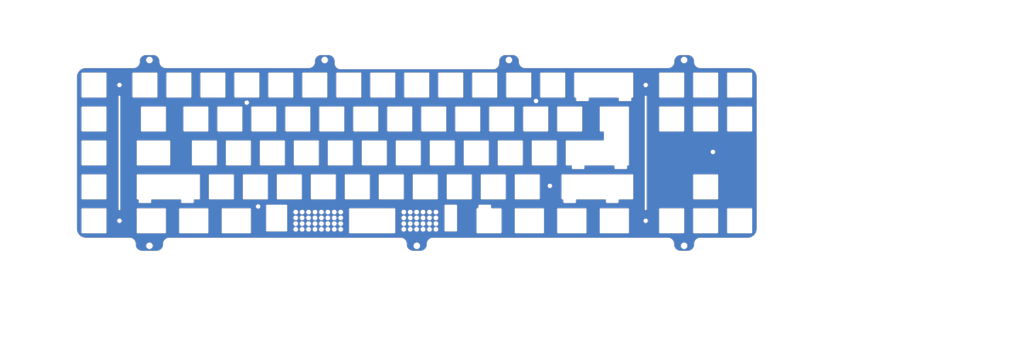
<source format=kicad_pcb>
(kicad_pcb (version 20221018) (generator pcbnew)
  (layers (0 "F.Cu" signal) (31 "B.Cu" signal) (34 "B.Paste" user) (35 "F.Paste" user) (36 "B.SilkS" user "B.Silkscreen") (37 "F.SilkS" user "F.Silkscreen") (38 "B.Mask" user) (39 "F.Mask" user) (44 "Edge.Cuts" user))
  (net 0 "")
  (gr_circle (center -14.982228 -49.057357) (end -13.694465 -49.057357) (stroke (width 0.2)) (fill none) (layer "Edge.Cuts"))
  (gr_line (start -38.26125 -62.87) (end -27.505 -62.87) (stroke (width 0.2)) (layer "Edge.Cuts"))
  (gr_line (start 99.82 -104.02) (end 86.82 -104.02) (stroke (width 0.2)) (layer "Edge.Cuts"))
  (gr_curve (pts (xy -87.01125 -46.87) (xy -87.287393 -46.87) (xy -87.51125 -47.093858) (xy -87.51125 -47.37)) (stroke (width 0.2)) (layer "Edge.Cuts"))
  (gr_line (start -80.655 -136.57) (end -80.655 -123.57) (stroke (width 0.2)) (layer "Edge.Cuts"))
  (gr_curve (pts (xy 100.6075 -60.37) (xy 100.6075 -60.646142) (xy 100.831357 -60.87) (xy 101.1075 -60.87)) (stroke (width 0.2)) (layer "Edge.Cuts"))
  (gr_curve (pts (xy 96.345 -123.07) (xy 96.068857 -123.07) (xy 95.845 -123.293858) (xy 95.845 -123.57)) (stroke (width 0.2)) (layer "Edge.Cuts"))
  (gr_curve (pts (xy 0.595 -136.57) (xy 0.595 -136.846142) (xy 0.818857 -137.07) (xy 1.095 -137.07)) (stroke (width 0.2)) (layer "Edge.Cuts"))
  (gr_curve (pts (xy 23.62 -118.02) (xy 23.896142 -118.02) (xy 24.12 -117.796142) (xy 24.12 -117.52)) (stroke (width 0.2)) (layer "Edge.Cuts"))
  (gr_curve (pts (xy 166.494991 -123.069997) (xy 166.77114 -123.069997) (xy 166.995003 -123.29386) (xy 166.995003 -123.570009)) (stroke (width 0.2)) (layer "Edge.Cuts"))
  (gr_curve (pts (xy 201.12 -46.87) (xy 200.843857 -46.87) (xy 200.62 -47.093858) (xy 200.62 -47.37)) (stroke (width 0.2)) (layer "Edge.Cuts"))
  (gr_arc (start -103.236736 -65.42) (mid -103.090289 -65.773553) (end -102.736736 -65.92) (stroke (width 0.2)) (layer "Edge.Cuts"))
  (gr_line (start -32.2425 -79.92) (end -19.2425 -79.92) (stroke (width 0.2)) (layer "Edge.Cuts"))
  (gr_line (start -128.28 -98.47) (end -128.28 -85.47) (stroke (width 0.2)) (layer "Edge.Cuts"))
  (gr_line (start -110.82375 -79.92) (end -76.3925 -79.92) (stroke (width 0.2)) (layer "Edge.Cuts"))
  (gr_curve (pts (xy -52.08 -104.52) (xy -52.08 -104.243858) (xy -52.303858 -104.02) (xy -52.58 -104.02)) (stroke (width 0.2)) (layer "Edge.Cuts"))
  (gr_line (start 150.61375 -99.47) (end 150.61375 -103.52) (stroke (width 0.2)) (layer "Edge.Cuts"))
  (gr_line (start 163.026739 -82.969989) (end 157.026758 -82.969989) (stroke (width 0.2)) (layer "Edge.Cuts"))
  (gr_line (start -111.32375 -85.47) (end -111.32375 -98.47) (stroke (width 0.2)) (layer "Edge.Cuts"))
  (gr_line (start 201.135856 -143.12) (end 201.135856 -143.42) (stroke (width 0.2)) (layer "Edge.Cuts"))
  (gr_curve (pts (xy -4.955 -137.07) (xy -4.678858 -137.07) (xy -4.455 -136.846142) (xy -4.455 -136.57)) (stroke (width 0.2)) (layer "Edge.Cuts"))
  (gr_curve (pts (xy 105.37 -117.52) (xy 105.37 -117.796142) (xy 105.593857 -118.02) (xy 105.87 -118.02)) (stroke (width 0.2)) (layer "Edge.Cuts"))
  (gr_curve (pts (xy 79.176246 -47.370009) (xy 79.176246 -47.09386) (xy 79.40011 -46.869997) (xy 79.676259 -46.869997)) (stroke (width 0.2)) (layer "Edge.Cuts"))
  (gr_arc (start 133.15076 -82.969989) (mid 132.797238 -83.116453) (end 132.65076 -83.469989) (stroke (width 0.2)) (layer "Edge.Cuts"))
  (gr_arc (start 99.43566 -146.92) (mid 101.883845 -145.921233) (end 102.934856 -143.495) (stroke (width 0.2)) (layer "Edge.Cuts"))
  (gr_curve (pts (xy 200.62 -136.57) (xy 200.62 -136.846142) (xy 200.843857 -137.07) (xy 201.12 -137.07)) (stroke (width 0.2)) (layer "Edge.Cuts"))
  (gr_circle (center -7.77475 -58.740534) (end -6.486987 -58.740534) (stroke (width 0.2)) (fill none) (layer "Edge.Cuts"))
  (gr_line (start 95.0575 -65.92) (end 82.0575 -65.92) (stroke (width 0.2)) (layer "Edge.Cuts"))
  (gr_circle (center -18.585968 -52.281755) (end -17.298205 -52.281755) (stroke (width 0.2)) (fill none) (layer "Edge.Cuts"))
  (gr_arc (start 190.066468 -143.495) (mid 191.11745 -145.921262) (end 193.565664 -146.92) (stroke (width 0.2)) (layer "Edge.Cuts"))
  (gr_arc (start -115.386789 -44.32) (mid -112.911915 -43.294874) (end -111.886789 -40.82) (stroke (width 0.2)) (layer "Edge.Cuts"))
  (gr_curve (pts (xy -71.63 -118.02) (xy -71.353858 -118.02) (xy -71.13 -117.796142) (xy -71.13 -117.52)) (stroke (width 0.2)) (layer "Edge.Cuts"))
  (gr_line (start 34.4325 -98.97) (end 47.4325 -98.97) (stroke (width 0.2)) (layer "Edge.Cuts"))
  (gr_curve (pts (xy -94.9425 -47.37) (xy -94.9425 -47.093858) (xy -95.166358 -46.87) (xy -95.4425 -46.87)) (stroke (width 0.2)) (layer "Edge.Cuts"))
  (gr_line (start 87.882002 -60.870003) (end 92.676241 -60.870003) (stroke (width 0.2)) (layer "Edge.Cuts"))
  (gr_line (start 77.295 -137.07) (end 90.295 -137.07) (stroke (width 0.2)) (layer "Edge.Cuts"))
  (gr_curve (pts (xy -27.005 -48.37) (xy -27.005 -48.093858) (xy -27.228858 -47.87) (xy -27.505 -47.87)) (stroke (width 0.2)) (layer "Edge.Cuts"))
  (gr_curve (pts (xy 134.44501 -123.069997) (xy 134.769201 -123.069997) (xy 135.03201 -122.807188) (xy 135.03201 -122.482997)) (stroke (width 0.2)) (layer "Edge.Cuts"))
  (gr_line (start 135.03201 -121.570002) (end 135.03201 -122.482997) (stroke (width 0.2)) (layer "Edge.Cuts"))
  (gr_curve (pts (xy -38.76125 -62.37) (xy -38.76125 -62.646142) (xy -38.537393 -62.87) (xy -38.26125 -62.87)) (stroke (width 0.2)) (layer "Edge.Cuts"))
  (gr_circle (center 45.695 -39.82) (end 47.495 -39.82) (stroke (width 0.2)) (fill none) (layer "Edge.Cuts"))
  (gr_arc (start 164.113753 -118.020003) (mid 164.467283 -117.873541) (end 164.613757 -117.52) (stroke (width 0.2)) (layer "Edge.Cuts"))
  (gr_curve (pts (xy -47.8175 -98.97) (xy -47.541358 -98.97) (xy -47.3175 -98.746142) (xy -47.3175 -98.47)) (stroke (width 0.2)) (layer "Edge.Cuts"))
  (gr_line (start 104.5825 -84.97) (end 91.5825 -84.97) (stroke (width 0.2)) (layer "Edge.Cuts"))
  (gr_line (start 105.37 -104.52) (end 105.37 -117.52) (stroke (width 0.2)) (layer "Edge.Cuts"))
  (gr_circle (center -0.567271 -58.740534) (end 0.720492 -58.740534) (stroke (width 0.2)) (fill none) (layer "Edge.Cuts"))
  (gr_line (start 200.62 -104.52) (end 200.62 -117.52) (stroke (width 0.2)) (layer "Edge.Cuts"))
  (gr_line (start -99.705 -136.57) (end -99.705 -123.57) (stroke (width 0.2)) (layer "Edge.Cuts"))
  (gr_line (start 102.934856 -143.12) (end 102.934856 -143.495) (stroke (width 0.2)) (layer "Edge.Cuts"))
  (gr_line (start 61.73875 -62.87) (end 67.73875 -62.87) (stroke (width 0.2)) (layer "Edge.Cuts"))
  (gr_curve (pts (xy 158.776309 -65.451996) (xy 158.784133 -65.489998) (xy 158.795717 -65.527076) (xy 158.810913 -65.562767)) (stroke (width 0.2)) (layer "Edge.Cuts"))
  (gr_curve (pts (xy -27.48 -104.02) (xy -27.756143 -104.02) (xy -27.98 -104.243858) (xy -27.98 -104.52)) (stroke (width 0.2)) (layer "Edge.Cuts"))
  (gr_curve (pts (xy 124.42 -117.52) (xy 124.42 -117.796142) (xy 124.643857 -118.02) (xy 124.92 -118.02)) (stroke (width 0.2)) (layer "Edge.Cuts"))
  (gr_line (start 76.0075 -65.92) (end 63.0075 -65.92) (stroke (width 0.2)) (layer "Edge.Cuts"))
  (gr_line (start 164.61375 -60.37) (end 164.61375 -47.37) (stroke (width 0.2)) (layer "Edge.Cuts"))
  (gr_line (start 150.11375 -104.019997) (end 148.7325 -104.02) (stroke (width 0.2)) (layer "Edge.Cuts"))
  (gr_line (start -128.78 -65.92) (end -141.78 -65.92) (stroke (width 0.2)) (layer "Edge.Cuts"))
  (gr_line (start -96.534678 -40.500606) (end -96.534678 -40.82) (stroke (width 0.2)) (layer "Edge.Cuts"))
  (gr_arc (start -110.823753 -65.920009) (mid -111.177306 -66.066456) (end -111.323753 -66.420009) (stroke (width 0.2)) (layer "Edge.Cuts"))
  (gr_line (start 15.3825 -98.97) (end 28.3825 -98.97) (stroke (width 0.2)) (layer "Edge.Cuts"))
  (gr_line (start -85.13 -104.52) (end -85.13 -117.52) (stroke (width 0.2)) (layer "Edge.Cuts"))
  (gr_line (start -94.9425 -60.37) (end -94.9425 -47.37) (stroke (width 0.2)) (layer "Edge.Cuts"))
  (gr_curve (pts (xy 67.27 -117.52) (xy 67.27 -117.796142) (xy 67.493857 -118.02) (xy 67.77 -118.02)) (stroke (width 0.2)) (layer "Edge.Cuts"))
  (gr_line (start 68.23875 -62.37) (end 68.23875 -48.37) (stroke (width 0.2)) (layer "Edge.Cuts"))
  (gr_line (start 100.6075 -66.42) (end 100.6075 -79.42) (stroke (width 0.2)) (layer "Edge.Cuts"))
  (gr_curve (pts (xy -92.56125 -85.47) (xy -92.56125 -85.193858) (xy -92.785108 -84.97) (xy -93.06125 -84.97)) (stroke (width 0.2)) (layer "Edge.Cuts"))
  (gr_line (start -71.63 -46.87) (end -87.01125 -46.87) (stroke (width 0.2)) (layer "Edge.Cuts"))
  (gr_curve (pts (xy 105.87 -104.02) (xy 105.593857 -104.02) (xy 105.37 -104.243858) (xy 105.37 -104.52)) (stroke (width 0.2)) (layer "Edge.Cuts"))
  (gr_line (start 134.445009 -137.070003) (end 166.494991 -137.070003) (stroke (width 0.2)) (layer "Edge.Cuts"))
  (gr_line (start -75.605 -123.57) (end -75.605 -136.57) (stroke (width 0.2)) (layer "Edge.Cuts"))
  (gr_line (start 132.15076 -84.97) (end 129.6825 -84.97) (stroke (width 0.2)) (layer "Edge.Cuts"))
  (gr_line (start 181.57 -123.57) (end 181.57 -136.57) (stroke (width 0.2)) (layer "Edge.Cuts"))
  (gr_curve (pts (xy -128.78 -137.07) (xy -128.503858 -137.07) (xy -128.28 -136.846142) (xy -128.28 -136.57)) (stroke (width 0.2)) (layer "Edge.Cuts"))
  (gr_curve (pts (xy 128.895 -123.57) (xy 128.895 -123.293858) (xy 128.671142 -123.07) (xy 128.395 -123.07)) (stroke (width 0.2)) (layer "Edge.Cuts"))
  (gr_arc (start -103.236736 -64.419989) (mid -103.383183 -64.066436) (end -103.736736 -63.919989) (stroke (width 0.2)) (layer "Edge.Cuts"))
  (gr_circle (center 45.592537 -55.506153) (end 46.8803 -55.506153) (stroke (width 0.2)) (fill none) (layer "Edge.Cuts"))
  (gr_arc (start 139.650742 -84.47) (mid 139.797193 -84.823539) (end 140.150742 -84.97) (stroke (width 0.2)) (layer "Edge.Cuts"))
  (gr_curve (pts (xy -65.58 -104.02) (xy -65.856143 -104.02) (xy -66.08 -104.243858) (xy -66.08 -104.52)) (stroke (width 0.2)) (layer "Edge.Cuts"))
  (gr_line (start 220.17 -60.87) (end 233.17 -60.87) (stroke (width 0.2)) (layer "Edge.Cuts"))
  (gr_line (start 139.150742 -82.969989) (end 133.15076 -82.969989) (stroke (width 0.2)) (layer "Edge.Cuts"))
  (gr_arc (start 204.635856 -139.62) (mid 202.160955 -140.645111) (end 201.135856 -143.12) (stroke (width 0.2)) (layer "Edge.Cuts"))
  (gr_arc (start -144.83 -134.62) (mid -143.365534 -138.155534) (end -139.83 -139.62) (stroke (width 0.2)) (layer "Edge.Cuts"))
  (gr_curve (pts (xy 134.888242 -65.332997) (xy 134.888242 -65.657188) (xy 135.151051 -65.919997) (xy 135.475242 -65.919997)) (stroke (width 0.2)) (layer "Edge.Cuts"))
  (gr_curve (pts (xy -56.555 -136.57) (xy -56.555 -136.846142) (xy -56.331143 -137.07) (xy -56.055 -137.07)) (stroke (width 0.2)) (layer "Edge.Cuts"))
  (gr_line (start 63.0075 -79.92) (end 76.0075 -79.92) (stroke (width 0.2)) (layer "Edge.Cuts"))
  (gr_arc (start -108.386789 -37.02) (mid -110.861663 -38.045126) (end -111.886789 -40.52) (stroke (width 0.2)) (layer "Edge.Cuts"))
  (gr_curve (pts (xy 72.0325 -98.47) (xy 72.0325 -98.746142) (xy 72.256357 -98.97) (xy 72.5325 -98.97)) (stroke (width 0.2)) (layer "Edge.Cuts"))
  (gr_line (start 128.395 -123.07) (end 115.395 -123.07) (stroke (width 0.2)) (layer "Edge.Cuts"))
  (gr_arc (start 51.293907 -40.52) (mid 50.268783 -38.045124) (end 47.793907 -37.02) (stroke (width 0.2)) (layer "Edge.Cuts"))
  (gr_curve (pts (xy 165.407998 -121.069989) (xy 165.684136 -121.069989) (xy 165.907989 -121.293843) (xy 165.907989 -121.56998)) (stroke (width 0.2)) (layer "Edge.Cuts"))
  (gr_line (start -47.3175 -60.37) (end -47.3175 -47.37) (stroke (width 0.2)) (layer "Edge.Cuts"))
  (gr_line (start 110.1325 -85.47) (end 110.1325 -98.47) (stroke (width 0.2)) (layer "Edge.Cuts"))
  (gr_curve (pts (xy -111.32375 -98.47) (xy -111.32375 -98.746142) (xy -111.099893 -98.97) (xy -110.82375 -98.97)) (stroke (width 0.2)) (layer "Edge.Cuts"))
  (gr_line (start -128.28 -117.52) (end -128.28 -104.52) (stroke (width 0.2)) (layer "Edge.Cuts"))
  (gr_line (start 129.6825 -98.97) (end 150.11375 -98.97) (stroke (width 0.2)) (layer "Edge.Cuts"))
  (gr_line (start -57.3425 -65.92) (end -70.3425 -65.92) (stroke (width 0.2)) (layer "Edge.Cuts"))
  (gr_circle (center -22.189707 -49.057357) (end -20.901944 -49.057357) (stroke (width 0.2)) (fill none) (layer "Edge.Cuts"))
  (gr_line (start 5.3575 -66.42) (end 5.3575 -79.42) (stroke (width 0.2)) (layer "Edge.Cuts"))
  (gr_arc (start 157.026758 -82.969989) (mid 156.673172 -83.116419) (end 156.526758 -83.469989) (stroke (width 0.2)) (layer "Edge.Cuts"))
  (gr_circle (center 112.530473 -121.101496) (end 113.730473 -121.101496) (stroke (width 0.2)) (fill none) (layer "Edge.Cuts"))
  (gr_line (start 67.73875 -47.87) (end 61.73875 -47.87) (stroke (width 0.2)) (layer "Edge.Cuts"))
  (gr_curve (pts (xy -95.4425 -118.02) (xy -95.166358 -118.02) (xy -94.9425 -117.796142) (xy -94.9425 -117.52)) (stroke (width 0.2)) (layer "Edge.Cuts"))
  (gr_curve (pts (xy 134.388251 -63.919989) (xy 134.664388 -63.919989) (xy 134.888242 -64.143843) (xy 134.888242 -64.419981)) (stroke (width 0.2)) (layer "Edge.Cuts"))
  (gr_line (start 151.764258 -64.420002) (end 151.764258 -65.332997) (stroke (width 0.2)) (layer "Edge.Cuts"))
  (gr_curve (pts (xy 165.907989 -122.482997) (xy 165.907989 -122.807188) (xy 166.170798 -123.069997) (xy 166.494989 -123.069997)) (stroke (width 0.2)) (layer "Edge.Cuts"))
  (gr_line (start 124.1325 -98.47) (end 124.1325 -85.47) (stroke (width 0.2)) (layer "Edge.Cuts"))
  (gr_curve (pts (xy 95.5575 -66.42) (xy 95.5575 -66.143858) (xy 95.333642 -65.92) (xy 95.0575 -65.92)) (stroke (width 0.2)) (layer "Edge.Cuts"))
  (gr_line (start -139.83 -44.32) (end -115.386789 -44.32) (stroke (width 0.2)) (layer "Edge.Cuts"))
  (gr_curve (pts (xy -142.28 -98.47) (xy -142.28 -98.746142) (xy -142.056143 -98.97) (xy -141.78 -98.97)) (stroke (width 0.2)) (layer "Edge.Cuts"))
  (gr_line (start 1.095 -137.07) (end 14.095 -137.07) (stroke (width 0.2)) (layer "Edge.Cuts"))
  (gr_circle (center 56.403755 -55.506153) (end 57.691518 -55.506153) (stroke (width 0.2)) (fill none) (layer "Edge.Cuts"))
  (gr_arc (start -102.048648 -146.92) (mid -99.600493 -145.921308) (end -98.549455 -143.495166) (stroke (width 0.2)) (layer "Edge.Cuts"))
  (gr_line (start 186.566468 -139.62) (end 106.434856 -139.62) (stroke (width 0.2)) (layer "Edge.Cuts"))
  (gr_curve (pts (xy -128.28 -66.42) (xy -128.28 -66.143858) (xy -128.503858 -65.92) (xy -128.78 -65.92)) (stroke (width 0.2)) (layer "Edge.Cuts"))
  (gr_curve (pts (xy 158.764239 -65.332997) (xy 158.764239 -65.373006) (xy 158.768242 -65.412821) (xy 158.776309 -65.451996)) (stroke (width 0.2)) (layer "Edge.Cuts"))
  (gr_curve (pts (xy -128.28 -85.47) (xy -128.28 -85.193858) (xy -128.503858 -84.97) (xy -128.78 -84.97)) (stroke (width 0.2)) (layer "Edge.Cuts"))
  (gr_curve (pts (xy -0.1925 -79.92) (xy 0.083642 -79.92) (xy 0.3075 -79.696142) (xy 0.3075 -79.42)) (stroke (width 0.2)) (layer "Edge.Cuts"))
  (gr_line (start -76.3925 -65.92) (end -78.860739 -65.92) (stroke (width 0.2)) (layer "Edge.Cuts"))
  (gr_line (start 48.72 -118.02) (end 61.72 -118.02) (stroke (width 0.2)) (layer "Edge.Cuts"))
  (gr_curve (pts (xy -13.98 -104.52) (xy -13.98 -104.243858) (xy -14.203858 -104.02) (xy -14.48 -104.02)) (stroke (width 0.2)) (layer "Edge.Cuts"))
  (gr_curve (pts (xy 14.595 -123.57) (xy 14.595 -123.293858) (xy 14.371142 -123.07) (xy 14.095 -123.07)) (stroke (width 0.2)) (layer "Edge.Cuts"))
  (gr_line (start 61.72 -104.02) (end 48.72 -104.02) (stroke (width 0.2)) (layer "Edge.Cuts"))
  (gr_curve (pts (xy 200.62 -117.52) (xy 200.62 -117.796142) (xy 200.843857 -118.02) (xy 201.12 -118.02)) (stroke (width 0.2)) (layer "Edge.Cuts"))
  (gr_curve (pts (xy 101.1075 -65.92) (xy 100.831357 -65.92) (xy 100.6075 -66.143858) (xy 100.6075 -66.42)) (stroke (width 0.2)) (layer "Edge.Cuts"))
  (gr_curve (pts (xy -93.06125 -98.97) (xy -92.785108 -98.97) (xy -92.56125 -98.746142) (xy -92.56125 -98.47)) (stroke (width 0.2)) (layer "Edge.Cuts"))
  (gr_curve (pts (xy 33.645 -123.57) (xy 33.645 -123.293858) (xy 33.421142 -123.07) (xy 33.145 -123.07)) (stroke (width 0.2)) (layer "Edge.Cuts"))
  (gr_curve (pts (xy -23.2175 -98.47) (xy -23.2175 -98.746142) (xy -22.993643 -98.97) (xy -22.7175 -98.97)) (stroke (width 0.2)) (layer "Edge.Cuts"))
  (gr_line (start 37.9075 -65.92) (end 24.9075 -65.92) (stroke (width 0.2)) (layer "Edge.Cuts"))
  (gr_line (start -61.605 -136.57) (end -61.605 -123.57) (stroke (width 0.2)) (layer "Edge.Cuts"))
  (gr_circle (center -0.567271 -52.281755) (end 0.720492 -52.281755) (stroke (width 0.2)) (fill none) (layer "Edge.Cuts"))
  (gr_curve (pts (xy 91.0825 -98.47) (xy 91.0825 -98.746142) (xy 91.306357 -98.97) (xy 91.5825 -98.97)) (stroke (width 0.2)) (layer "Edge.Cuts"))
  (gr_curve (pts (xy -63.69875 -60.37) (xy -63.69875 -60.646142) (xy -63.474893 -60.87) (xy -63.19875 -60.87)) (stroke (width 0.2)) (layer "Edge.Cuts"))
  (gr_line (start 48.22 -104.52) (end 48.22 -117.52) (stroke (width 0.2)) (layer "Edge.Cuts"))
  (gr_line (start -94.9425 -117.52) (end -94.9425 -104.52) (stroke (width 0.2)) (layer "Edge.Cuts"))
  (gr_circle (center 56.403755 -49.057357) (end 57.691518 -49.057357) (stroke (width 0.2)) (fill none) (layer "Edge.Cuts"))
  (gr_curve (pts (xy -62.105 -137.07) (xy -61.828858 -137.07) (xy -61.605 -136.846142) (xy -61.605 -136.57)) (stroke (width 0.2)) (layer "Edge.Cuts"))
  (gr_line (start 189.929806 -40.895) (end 189.939451 -40.445) (stroke (width 0.2)) (layer "Edge.Cuts"))
  (gr_line (start -79.360739 -65.42) (end -79.360739 -64.419989) (stroke (width 0.2)) (layer "Edge.Cuts"))
  (gr_curve (pts (xy 124.1325 -85.47) (xy 124.1325 -85.193858) (xy 123.908642 -84.97) (xy 123.6325 -84.97)) (stroke (width 0.2)) (layer "Edge.Cuts"))
  (gr_line (start 100.6075 -47.37) (end 100.6075 -60.37) (stroke (width 0.2)) (layer "Edge.Cuts"))
  (gr_curve (pts (xy 140.30125 -46.87) (xy 140.577392 -46.87) (xy 140.80125 -47.093858) (xy 140.80125 -47.37)) (stroke (width 0.2)) (layer "Edge.Cuts"))
  (gr_line (start -79.8675 -98.97) (end -66.8675 -98.97) (stroke (width 0.2)) (layer "Edge.Cuts"))
  (gr_curve (pts (xy 39.195 -123.07) (xy 38.918857 -123.07) (xy 38.695 -123.293858) (xy 38.695 -123.57)) (stroke (width 0.2)) (layer "Edge.Cuts"))
  (gr_curve (pts (xy 24.12 -104.52) (xy 24.12 -104.243858) (xy 23.896142 -104.02) (xy 23.62 -104.02)) (stroke (width 0.2)) (layer "Edge.Cuts"))
  (gr_line (start 72.5325 -98.97) (end 85.5325 -98.97) (stroke (width 0.2)) (layer "Edge.Cuts"))
  (gr_line (start 124.92 -60.87) (end 140.30125 -60.87) (stroke (width 0.2)) (layer "Edge.Cuts"))
  (gr_line (start -98.549455 -143.12) (end -98.549455 -143.495166) (stroke (width 0.2)) (layer "Edge.Cuts"))
  (gr_line (start -87.51125 -47.37) (end -87.51125 -60.37) (stroke (width 0.2)) (layer "Edge.Cuts"))
  (gr_line (start 164.113753 -84.970009) (end 164.026739 -84.970009) (stroke (width 0.2)) (layer "Edge.Cuts"))
  (gr_curve (pts (xy -128.28 -123.57) (xy -128.28 -123.293858) (xy -128.503858 -123.07) (xy -128.78 -123.07)) (stroke (width 0.2)) (layer "Edge.Cuts"))
  (gr_curve (pts (xy 219.67 -117.52) (xy 219.67 -117.796142) (xy 219.893857 -118.02) (xy 220.17 -118.02)) (stroke (width 0.2)) (layer "Edge.Cuts"))
  (gr_line (start -71.13 -117.52) (end -71.13 -104.52) (stroke (width 0.2)) (layer "Edge.Cuts"))
  (gr_curve (pts (xy 200.62 -79.42) (xy 200.62 -79.696142) (xy 200.843857 -79.92) (xy 201.12 -79.92)) (stroke (width 0.2)) (layer "Edge.Cuts"))
  (gr_line (start -128.78 -46.87) (end -141.78 -46.87) (stroke (width 0.2)) (layer "Edge.Cuts"))
  (gr_line (start 33.645 -136.57) (end 33.645 -123.57) (stroke (width 0.2)) (layer "Edge.Cuts"))
  (gr_curve (pts (xy -18.455 -136.57) (xy -18.455 -136.846142) (xy -18.231143 -137.07) (xy -17.955 -137.07)) (stroke (width 0.2)) (layer "Edge.Cuts"))
  (gr_line (start 158.321008 -123.069997) (end 142.618992 -123.069997) (stroke (width 0.2)) (layer "Edge.Cuts"))
  (gr_line (start 38.4075 -79.42) (end 38.4075 -66.42) (stroke (width 0.2)) (layer "Edge.Cuts"))
  (gr_curve (pts (xy 137.92 -118.02) (xy 138.196142 -118.02) (xy 138.42 -117.796142) (xy 138.42 -117.52)) (stroke (width 0.2)) (layer "Edge.Cuts"))
  (gr_line (start -128.28 -79.42) (end -128.28 -66.42) (stroke (width 0.2)) (layer "Edge.Cuts"))
  (gr_line (start 118.87 -104.02) (end 105.87 -104.02) (stroke (width 0.2)) (layer "Edge.Cuts"))
  (gr_arc (start 156.026758 -84.969997) (mid 156.380281 -84.823535) (end 156.526758 -84.47) (stroke (width 0.2)) (layer "Edge.Cuts"))
  (gr_curve (pts (xy -142.28 -136.57) (xy -142.28 -136.846142) (xy -142.056143 -137.07) (xy -141.78 -137.07)) (stroke (width 0.2)) (layer "Edge.Cuts"))
  (gr_line (start 158.908008 -121.570002) (end 158.908008 -122.482997) (stroke (width 0.2)) (layer "Edge.Cuts"))
  (gr_line (start 76.5075 -79.42) (end 76.5075 -66.42) (stroke (width 0.2)) (layer "Edge.Cuts"))
  (gr_curve (pts (xy -71.13 -47.37) (xy -71.13 -47.093858) (xy -71.353858 -46.87) (xy -71.63 -46.87)) (stroke (width 0.2)) (layer "Edge.Cuts"))
  (gr_circle (center 49.196276 -58.740534) (end 50.484039 -58.740534) (stroke (width 0.2)) (fill none) (layer "Edge.Cuts"))
  (gr_arc (start -139.83 -44.32) (mid -143.365534 -45.784466) (end -144.83 -49.32) (stroke (width 0.2)) (layer "Edge.Cuts"))
  (gr_curve (pts (xy 140.80125 -60.37) (xy 140.80125 -60.646142) (xy 140.577392 -60.87) (xy 140.30125 -60.87)) (stroke (width 0.2)) (layer "Edge.Cuts"))
  (gr_curve (pts (xy -79.8675 -84.97) (xy -80.143643 -84.97) (xy -80.3675 -85.193858) (xy -80.3675 -85.47)) (stroke (width 0.2)) (layer "Edge.Cuts"))
  (gr_curve (pts (xy 100.6075 -79.42) (xy 100.6075 -79.696142) (xy 100.831357 -79.92) (xy 101.1075 -79.92)) (stroke (width 0.2)) (layer "Edge.Cuts"))
  (gr_line (start -60.8175 -98.97) (end -47.8175 -98.97) (stroke (width 0.2)) (layer "Edge.Cuts"))
  (gr_line (start -37.7925 -79.42) (end -37.7925 -66.42) (stroke (width 0.2)) (layer "Edge.Cuts"))
  (gr_line (start 197.635856 -146.92) (end 193.565664 -146.92) (stroke (width 0.2)) (layer "Edge.Cuts"))
  (gr_line (start -63.19875 -60.87) (end -47.8175 -60.87) (stroke (width 0.2)) (layer "Edge.Cuts"))
  (gr_curve (pts (xy 72.5325 -84.97) (xy 72.256357 -84.97) (xy 72.0325 -85.193858) (xy 72.0325 -85.47)) (stroke (width 0.2)) (layer "Edge.Cuts"))
  (gr_line (start 0.3075 -79.42) (end 0.3075 -66.42) (stroke (width 0.2)) (layer "Edge.Cuts"))
  (gr_curve (pts (xy -41.7675 -84.97) (xy -42.043643 -84.97) (xy -42.2675 -85.193858) (xy -42.2675 -85.47)) (stroke (width 0.2)) (layer "Edge.Cuts"))
  (gr_curve (pts (xy 181.57 -60.37) (xy 181.57 -60.646142) (xy 181.793857 -60.87) (xy 182.07 -60.87)) (stroke (width 0.2)) (layer "Edge.Cuts"))
  (gr_arc (start 150.11375 -104.019997) (mid 150.467278 -103.873538) (end 150.61375 -103.52) (stroke (width 0.2)) (layer "Edge.Cuts"))
  (gr_line (start 140.80125 -60.37) (end 140.80125 -47.37) (stroke (width 0.2)) (layer "Edge.Cuts"))
  (gr_curve (pts (xy 200.62 -60.37) (xy 200.62 -60.646142) (xy 200.843857 -60.87) (xy 201.12 -60.87)) (stroke (width 0.2)) (layer "Edge.Cuts"))
  (gr_line (start 165.907989 -122.482997) (end 165.907989 -121.56998) (stroke (width 0.2)) (layer "Edge.Cuts"))
  (gr_line (start 182.07 -118.02) (end 195.07 -118.02) (stroke (width 0.2)) (layer "Edge.Cuts"))
  (gr_curve (pts (xy -108.9425 -117.52) (xy -108.9425 -117.796142) (xy -108.718643 -118.02) (xy -108.4425 -118.02)) (stroke (width 0.2)) (layer "Edge.Cuts"))
  (gr_line (start 43.17 -117.52) (end 43.17 -104.52) (stroke (width 0.2)) (layer "Edge.Cuts"))
  (gr_curve (pts (xy 148.2325 -47.37) (xy 148.2325 -47.093858) (xy 148.456357 -46.87) (xy 148.7325 -46.87)) (stroke (width 0.2)) (layer "Edge.Cuts"))
  (gr_circle (center 41.99878 -49.057357) (end 43.286543 -49.057357) (stroke (width 0.2)) (fill none) (layer "Edge.Cuts"))
  (gr_curve (pts (xy 48.22 -117.52) (xy 48.22 -117.796142) (xy 48.443857 -118.02) (xy 48.72 -118.02)) (stroke (width 0.2)) (layer "Edge.Cuts"))
  (gr_line (start 33.145 -46.87) (end 8.23875 -46.87) (stroke (width 0.2)) (layer "Edge.Cuts"))
  (gr_line (start -110.73674 -65.920009) (end -110.823753 -65.920009) (stroke (width 0.2)) (layer "Edge.Cuts"))
  (gr_line (start -110.82375 -98.97) (end -93.06125 -98.97) (stroke (width 0.2)) (layer "Edge.Cuts"))
  (gr_line (start 72.0325 -85.47) (end 72.0325 -98.47) (stroke (width 0.2)) (layer "Edge.Cuts"))
  (gr_line (start -80.3675 -85.47) (end -80.3675 -98.47) (stroke (width 0.2)) (layer "Edge.Cuts"))
  (gr_line (start 18.8575 -65.92) (end 5.8575 -65.92) (stroke (width 0.2)) (layer "Edge.Cuts"))
  (gr_arc (start 166.995003 -66.419997) (mid 166.848557 -66.066444) (end 166.495003 -65.919997) (stroke (width 0.2)) (layer "Edge.Cuts"))
  (gr_line (start 80.77 -104.02) (end 67.77 -104.02) (stroke (width 0.2)) (layer "Edge.Cuts"))
  (gr_curve (pts (xy 92.676241 -46.869997) (xy 92.95239 -46.869997) (xy 93.176253 -47.09386) (xy 93.176253 -47.370009)) (stroke (width 0.2)) (layer "Edge.Cuts"))
  (gr_curve (pts (xy -81.155 -137.07) (xy -80.878858 -137.07) (xy -80.655 -136.846142) (xy -80.655 -136.57)) (stroke (width 0.2)) (layer "Edge.Cuts"))
  (gr_curve (pts (xy 164.61375 -60.37) (xy 164.61375 -60.646142) (xy 164.389892 -60.87) (xy 164.11375 -60.87)) (stroke (width 0.2)) (layer "Edge.Cuts"))
  (gr_line (start -128.78 -123.07) (end -141.78 -123.07) (stroke (width 0.2)) (layer "Edge.Cuts"))
  (gr_line (start 124.92 -118.02) (end 137.92 -118.02) (stroke (width 0.2)) (layer "Edge.Cuts"))
  (gr_line (start 148.2325 -47.37) (end 148.2325 -60.37) (stroke (width 0.2)) (layer "Edge.Cuts"))
  (gr_line (start -4.955 -123.07) (end -17.955 -123.07) (stroke (width 0.2)) (layer "Edge.Cuts"))
  (gr_circle (center 41.99878 -58.740534) (end 43.286543 -58.740534) (stroke (width 0.2)) (fill none) (layer "Edge.Cuts"))
  (gr_arc (start 129.1825 -98.47) (mid 129.328948 -98.823553) (end 129.6825 -98.97) (stroke (width 0.2)) (layer "Edge.Cuts"))
  (gr_curve (pts (xy 115.395 -123.07) (xy 115.118857 -123.07) (xy 114.895 -123.293858) (xy 114.895 -123.57)) (stroke (width 0.2)) (layer "Edge.Cuts"))
  (gr_line (start 43.4575 -66.42) (end 43.4575 -79.42) (stroke (width 0.2)) (layer "Edge.Cuts"))
  (gr_line (start 195.07 -104.02) (end 182.07 -104.02) (stroke (width 0.2)) (layer "Edge.Cuts"))
  (gr_line (start 201.12 -118.02) (end 214.12 -118.02) (stroke (width 0.2)) (layer "Edge.Cuts"))
  (gr_circle (center -43.2652 -61.878919) (end -42.0652 -61.878919) (stroke (width 0.2)) (fill none) (layer "Edge.Cuts"))
  (gr_curve (pts (xy -100.205 -137.07) (xy -99.928858 -137.07) (xy -99.705 -136.846142) (xy -99.705 -136.57)) (stroke (width 0.2)) (layer "Edge.Cuts"))
  (gr_line (start 164.11375 -46.87) (end 148.7325 -46.87) (stroke (width 0.2)) (layer "Edge.Cuts"))
  (gr_curve (pts (xy -32.2425 -65.92) (xy -32.518643 -65.92) (xy -32.7425 -66.143858) (xy -32.7425 -66.42)) (stroke (width 0.2)) (layer "Edge.Cuts"))
  (gr_curve (pts (xy 71.745 -123.57) (xy 71.745 -123.293858) (xy 71.521142 -123.07) (xy 71.245 -123.07)) (stroke (width 0.2)) (layer "Edge.Cuts"))
  (gr_curve (pts (xy 214.12 -137.07) (xy 214.396142 -137.07) (xy 214.62 -136.846142) (xy 214.62 -136.57)) (stroke (width 0.2)) (layer "Edge.Cuts"))
  (gr_line (start 57.745 -123.57) (end 57.745 -136.57) (stroke (width 0.2)) (layer "Edge.Cuts"))
  (gr_line (start -111.886789 -40.82) (end -111.886789 -40.52) (stroke (width 0.2)) (layer "Edge.Cuts"))
  (gr_circle (center 38.395041 -55.506153) (end 39.682804 -55.506153) (stroke (width 0.2)) (fill none) (layer "Edge.Cuts"))
  (gr_curve (pts (xy 14.095 -137.07) (xy 14.371142 -137.07) (xy 14.595 -136.846142) (xy 14.595 -136.57)) (stroke (width 0.2)) (layer "Edge.Cuts"))
  (gr_curve (pts (xy 158.94047 -65.752326) (xy 158.994108 -65.804876) (xy 159.057364 -65.846803) (xy 159.126784 -65.875555)) (stroke (width 0.2)) (layer "Edge.Cuts"))
  (gr_curve (pts (xy 52.9825 -98.47) (xy 52.9825 -98.746142) (xy 53.206357 -98.97) (xy 53.4825 -98.97)) (stroke (width 0.2)) (layer "Edge.Cuts"))
  (gr_curve (pts (xy 151.177258 -65.919997) (xy 151.501449 -65.919997) (xy 151.764258 -65.657188) (xy 151.764258 -65.332997)) (stroke (width 0.2)) (layer "Edge.Cuts"))
  (gr_line (start 38.695 -123.57) (end 38.695 -136.57) (stroke (width 0.2)) (layer "Edge.Cuts"))
  (gr_line (start -13.6925 -66.42) (end -13.6925 -79.42) (stroke (width 0.2)) (layer "Edge.Cuts"))
  (gr_line (start 174.5075 -123.57) (end 174.5075 -60.370001) (stroke (width 0.2)) (layer "Edge.Cuts"))
  (gr_line (start 236.22 -49.32) (end 236.22 -134.62) (stroke (width 0.2)) (layer "Edge.Cuts"))
  (gr_circle (center -22.189707 -52.281755) (end -20.901944 -52.281755) (stroke (width 0.2)) (fill none) (layer "Edge.Cuts"))
  (gr_curve (pts (xy -142.28 -117.52) (xy -142.28 -117.796142) (xy -142.056143 -118.02) (xy -141.78 -118.02)) (stroke (width 0.2)) (layer "Edge.Cuts"))
  (gr_line (start 134.888242 -65.332997) (end 134.888242 -64.419981) (stroke (width 0.2)) (layer "Edge.Cuts"))
  (gr_curve (pts (xy -128.78 -118.02) (xy -128.503858 -118.02) (xy -128.28 -117.796142) (xy -128.28 -117.52)) (stroke (width 0.2)) (layer "Edge.Cuts"))
  (gr_line (start 134.388251 -63.919989) (end 128.388273 -63.919989) (stroke (width 0.2)) (layer "Edge.Cuts"))
  (gr_line (start 201.167907 -40.52) (end 201.167907 -40.82) (stroke (width 0.2)) (layer "Edge.Cuts"))
  (gr_line (start 79.176246 -47.370009) (end 79.176246 -60.369991) (stroke (width 0.2)) (layer "Edge.Cuts"))
  (gr_arc (start -110.73674 -65.920009) (mid -110.383186 -65.773563) (end -110.23674 -65.420009) (stroke (width 0.2)) (layer "Edge.Cuts"))
  (gr_curve (pts (xy 95.0575 -79.92) (xy 95.333642 -79.92) (xy 95.5575 -79.696142) (xy 95.5575 -79.42)) (stroke (width 0.2)) (layer "Edge.Cuts"))
  (gr_line (start -56.555 -123.57) (end -56.555 -136.57) (stroke (width 0.2)) (layer "Edge.Cuts"))
  (gr_line (start 219.67 -47.37) (end 219.67 -60.37) (stroke (width 0.2)) (layer "Edge.Cuts"))
  (gr_line (start -23.2175 -85.47) (end -23.2175 -98.47) (stroke (width 0.2)) (layer "Edge.Cuts"))
  (gr_curve (pts (xy -99.705 -123.57) (xy -99.705 -123.293858) (xy -99.928858 -123.07) (xy -100.205 -123.07)) (stroke (width 0.2)) (layer "Edge.Cuts"))
  (gr_arc (start -79.360739 -65.42) (mid -79.214292 -65.773553) (end -78.860739 -65.92) (stroke (width 0.2)) (layer "Edge.Cuts"))
  (gr_circle (center 56.403755 -52.281755) (end 57.691518 -52.281755) (stroke (width 0.2)) (fill none) (layer "Edge.Cuts"))
  (gr_curve (pts (xy 195.07 -137.07) (xy 195.346142 -137.07) (xy 195.57 -136.846142) (xy 195.57 -136.57)) (stroke (width 0.2)) (layer "Edge.Cuts"))
  (gr_curve (pts (xy 66.9825 -85.47) (xy 66.9825 -85.193858) (xy 66.758642 -84.97) (xy 66.4825 -84.97)) (stroke (width 0.2)) (layer "Edge.Cuts"))
  (gr_line (start -47.8175 -84.97) (end -60.8175 -84.97) (stroke (width 0.2)) (layer "Edge.Cuts"))
  (gr_arc (start -85.860742 -63.919989) (mid -86.214295 -64.066436) (end -86.360742 -64.419989) (stroke (width 0.2)) (layer "Edge.Cuts"))
  (gr_curve (pts (xy -141.78 -104.02) (xy -142.056143 -104.02) (xy -142.28 -104.243858) (xy -142.28 -104.52)) (stroke (width 0.2)) (layer "Edge.Cuts"))
  (gr_line (start -113.11884 -139.62) (end -139.83 -139.62) (stroke (width 0.2)) (layer "Edge.Cuts"))
  (gr_line (start 195.07 -46.87) (end 182.07 -46.87) (stroke (width 0.2)) (layer "Edge.Cuts"))
  (gr_circle (center -49.627225 -120.193213) (end -48.427225 -120.193213) (stroke (width 0.2)) (fill none) (layer "Edge.Cuts"))
  (gr_line (start 43.564647 -37.020001) (end 47.793907 -37.02) (stroke (width 0.2)) (layer "Edge.Cuts"))
  (gr_circle (center 52.800016 -55.506153) (end 54.087778 -55.506153) (stroke (width 0.2)) (fill none) (layer "Edge.Cuts"))
  (gr_line (start -19.2425 -65.92) (end -32.2425 -65.92) (stroke (width 0.2)) (layer "Edge.Cuts"))
  (gr_line (start 23.62 -104.02) (end 10.62 -104.02) (stroke (width 0.2)) (layer "Edge.Cuts"))
  (gr_curve (pts (xy 79.676259 -60.870003) (xy 79.40011 -60.870003) (xy 79.176246 -60.64614) (xy 79.176246 -60.369991)) (stroke (width 0.2)) (layer "Edge.Cuts"))
  (gr_line (start 195.57 -136.57) (end 195.57 -123.57) (stroke (width 0.2)) (layer "Edge.Cuts"))
  (gr_arc (start 173.5075 -123.57) (mid 174.0075 -124.07) (end 174.5075 -123.57) (stroke (width 0.2)) (layer "Edge.Cuts"))
  (gr_circle (center 45.592537 -58.740534) (end 46.8803 -58.740534) (stroke (width 0.2)) (fill none) (layer "Edge.Cuts"))
  (gr_line (start 20.145 -137.07) (end 33.145 -137.07) (stroke (width 0.2)) (layer "Edge.Cuts"))
  (gr_curve (pts (xy -128.78 -98.97) (xy -128.503858 -98.97) (xy -128.28 -98.746142) (xy -128.28 -98.47)) (stroke (width 0.2)) (layer "Edge.Cuts"))
  (gr_arc (start 129.6825 -84.97) (mid 129.328956 -85.116451) (end 129.1825 -85.47) (stroke (width 0.2)) (layer "Edge.Cuts"))
  (gr_curve (pts (xy -85.13 -117.52) (xy -85.13 -117.796142) (xy -84.906143 -118.02) (xy -84.63 -118.02)) (stroke (width 0.2)) (layer "Edge.Cuts"))
  (gr_line (start -46.53 -118.02) (end -33.53 -118.02) (stroke (width 0.2)) (layer "Edge.Cuts"))
  (gr_circle (center -18.585968 -55.506153) (end -17.298205 -55.506153) (stroke (width 0.2)) (fill none) (layer "Edge.Cuts"))
  (gr_curve (pts (xy -70.8425 -79.42) (xy -70.8425 -79.696142) (xy -70.618643 -79.92) (xy -70.3425 -79.92)) (stroke (width 0.2)) (layer "Edge.Cuts"))
  (gr_curve (pts (xy -27.98 -117.52) (xy -27.98 -117.796142) (xy -27.756143 -118.02) (xy -27.48 -118.02)) (stroke (width 0.2)) (layer "Edge.Cuts"))
  (gr_circle (center 211.71893 -92.51339) (end 212.91893 -92.51339) (stroke (width 0.2)) (fill none) (layer "Edge.Cuts"))
  (gr_curve (pts (xy 5.07 -104.52) (xy 5.07 -104.243858) (xy 4.846142 -104.02) (xy 4.57 -104.02)) (stroke (width 0.2)) (layer "Edge.Cuts"))
  (gr_circle (center -14.982228 -55.506153) (end -13.694465 -55.506153) (stroke (width 0.2)) (fill none) (layer "Edge.Cuts"))
  (gr_curve (pts (xy -141.78 -84.97) (xy -142.056143 -84.97) (xy -142.28 -85.193858) (xy -142.28 -85.47)) (stroke (width 0.2)) (layer "Edge.Cuts"))
  (gr_curve (pts (xy -38.2925 -79.92) (xy -38.016358 -79.92) (xy -37.7925 -79.696142) (xy -37.7925 -79.42)) (stroke (width 0.2)) (layer "Edge.Cuts"))
  (gr_line (start 233.67 -60.37) (end 233.67 -47.37) (stroke (width 0.2)) (layer "Edge.Cuts"))
  (gr_line (start -33.53 -104.02) (end -46.53 -104.02) (stroke (width 0.2)) (layer "Edge.Cuts"))
  (gr_curve (pts (xy 77.295 -123.07) (xy 77.018857 -123.07) (xy 76.795 -123.293858) (xy 76.795 -123.57)) (stroke (width 0.2)) (layer "Edge.Cuts"))
  (gr_curve (pts (xy 233.17 -118.02) (xy 233.446142 -118.02) (xy 233.67 -117.796142) (xy 233.67 -117.52)) (stroke (width 0.2)) (layer "Edge.Cuts"))
  (gr_line (start 88.365467 -138.92) (end 3.151549 -138.92) (stroke (width 0.2)) (layer "Edge.Cuts"))
  (gr_curve (pts (xy 127.88826 -64.420002) (xy 127.88826 -64.143853) (xy 128.112123 -63.919989) (xy 128.388273 -63.919989)) (stroke (width 0.2)) (layer "Edge.Cuts"))
  (gr_line (start -33.03 -117.52) (end -33.03 -104.52) (stroke (width 0.2)) (layer "Edge.Cuts"))
  (gr_curve (pts (xy 5.3575 -79.42) (xy 5.3575 -79.696142) (xy 5.581357 -79.92) (xy 5.8575 -79.92)) (stroke (width 0.2)) (layer "Edge.Cuts"))
  (gr_circle (center -120.9925 -130.07) (end -119.7925 -130.07) (stroke (width 0.2)) (fill none) (layer "Edge.Cuts"))
  (gr_line (start -13.98 -117.52) (end -13.98 -104.52) (stroke (width 0.2)) (layer "Edge.Cuts"))
  (gr_line (start 105.0825 -98.47) (end 105.0825 -85.47) (stroke (width 0.2)) (layer "Edge.Cuts"))
  (gr_line (start -43.055 -123.07) (end -56.055 -123.07) (stroke (width 0.2)) (layer "Edge.Cuts"))
  (gr_line (start 14.8825 -85.47) (end 14.8825 -98.47) (stroke (width 0.2)) (layer "Edge.Cuts"))
  (gr_circle (center -120.9925 -53.870001) (end -119.7925 -53.870001) (stroke (width 0.2)) (fill none) (layer "Edge.Cuts"))
  (gr_curve (pts (xy 124.92 -104.02) (xy 124.643857 -104.02) (xy 124.42 -104.243858) (xy 124.42 -104.52)) (stroke (width 0.2)) (layer "Edge.Cuts"))
  (gr_line (start 126.801246 -66.420009) (end 126.801246 -79.420003) (stroke (width 0.2)) (layer "Edge.Cuts"))
  (gr_line (start -75.105 -137.07) (end -62.105 -137.07) (stroke (width 0.2)) (layer "Edge.Cuts"))
  (gr_line (start -41.7675 -98.97) (end -28.7675 -98.97) (stroke (width 0.2)) (layer "Edge.Cuts"))
  (gr_line (start 132.65076 -83.469989) (end 132.65076 -84.47) (stroke (width 0.2)) (layer "Edge.Cuts"))
  (gr_curve (pts (xy -63.19875 -46.87) (xy -63.474893 -46.87) (xy -63.69875 -47.093858) (xy -63.69875 -47.37)) (stroke (width 0.2)) (layer "Edge.Cuts"))
  (gr_curve (pts (xy 110.1325 -98.47) (xy 110.1325 -98.746142) (xy 110.356357 -98.97) (xy 110.6325 -98.97)) (stroke (width 0.2)) (layer "Edge.Cuts"))
  (gr_curve (pts (xy 233.17 -60.87) (xy 233.446142 -60.87) (xy 233.67 -60.646142) (xy 233.67 -60.37)) (stroke (width 0.2)) (layer "Edge.Cuts"))
  (gr_line (start 81.27 -117.52) (end 81.27 -104.52) (stroke (width 0.2)) (layer "Edge.Cuts"))
  (gr_curve (pts (xy -32.7425 -79.42) (xy -32.7425 -79.696142) (xy -32.518643 -79.92) (xy -32.2425 -79.92)) (stroke (width 0.2)) (layer "Edge.Cuts"))
  (gr_curve (pts (xy 201.12 -123.07) (xy 200.843857 -123.07) (xy 200.62 -123.293858) (xy 200.62 -123.57)) (stroke (width 0.2)) (layer "Edge.Cuts"))
  (gr_arc (start -96.534678 -40.500606) (mid -97.566617 -38.038279) (end -100.034624 -37.02) (stroke (width 0.2)) (layer "Edge.Cuts"))
  (gr_curve (pts (xy 29.67 -104.02) (xy 29.393857 -104.02) (xy 29.17 -104.243858) (xy 29.17 -104.52)) (stroke (width 0.2)) (layer "Edge.Cuts"))
  (gr_curve (pts (xy 114.895 -136.57) (xy 114.895 -136.846142) (xy 115.118857 -137.07) (xy 115.395 -137.07)) (stroke (width 0.2)) (layer "Edge.Cuts"))
  (gr_circle (center 52.800016 -58.740534) (end 54.087778 -58.740534) (stroke (width 0.2)) (fill none) (layer "Edge.Cuts"))
  (gr_curve (pts (xy 42.67 -118.02) (xy 42.946142 -118.02) (xy 43.17 -117.796142) (xy 43.17 -117.52)) (stroke (width 0.2)) (layer "Edge.Cuts"))
  (gr_curve (pts (xy 80.794989 -62.870011) (xy 80.518852 -62.870011) (xy 80.294998 -62.646157) (xy 80.294998 -62.37002)) (stroke (width 0.2)) (layer "Edge.Cuts"))
  (gr_line (start -62.105 -123.07) (end -75.105 -123.07) (stroke (width 0.2)) (layer "Edge.Cuts"))
  (gr_circle (center -14.982228 -58.740534) (end -13.694465 -58.740534) (stroke (width 0.2)) (fill none) (layer "Edge.Cuts"))
  (gr_line (start -144.83 -134.62) (end -144.83 -49.32) (stroke (width 0.2)) (layer "Edge.Cuts"))
  (gr_line (start 62.22 -117.52) (end 62.22 -104.52) (stroke (width 0.2)) (layer "Edge.Cuts"))
  (gr_line (start -14.48 -104.02) (end -27.48 -104.02) (stroke (width 0.2)) (layer "Edge.Cuts"))
  (gr_line (start 81.5575 -66.42) (end 81.5575 -79.42) (stroke (width 0.2)) (layer "Edge.Cuts"))
  (gr_curve (pts (xy -24.005 -137.07) (xy -23.728858 -137.07) (xy -23.505 -136.846142) (xy -23.505 -136.57)) (stroke (width 0.2)) (layer "Edge.Cuts"))
  (gr_curve (pts (xy 24.9075 -65.92) (xy 24.631357 -65.92) (xy 24.4075 -66.143858) (xy 24.4075 -66.42)) (stroke (width 0.2)) (layer "Edge.Cuts"))
  (gr_curve (pts (xy -141.78 -46.87) (xy -142.056143 -46.87) (xy -142.28 -47.093858) (xy -142.28 -47.37)) (stroke (width 0.2)) (layer "Edge.Cuts"))
  (gr_line (start 54.793907 -44.32) (end 186.43061 -44.32) (stroke (width 0.2)) (layer "Edge.Cuts"))
  (gr_curve (pts (xy 181.57 -117.52) (xy 181.57 -117.796142) (xy 181.793857 -118.02) (xy 182.07 -118.02)) (stroke (width 0.2)) (layer "Edge.Cuts"))
  (gr_line (start 71.245 -123.07) (end 58.245 -123.07) (stroke (width 0.2)) (layer "Edge.Cuts"))
  (gr_curve (pts (xy 43.4575 -79.42) (xy 43.4575 -79.696142) (xy 43.681357 -79.92) (xy 43.9575 -79.92)) (stroke (width 0.2)) (layer "Edge.Cuts"))
  (gr_line (start -38.76125 -48.37) (end -38.76125 -62.37) (stroke (width 0.2)) (layer "Edge.Cuts"))
  (gr_line (start 109.845 -136.57) (end 109.845 -123.57) (stroke (width 0.2)) (layer "Edge.Cuts"))
  (gr_curve (pts (xy 47.4325 -98.97) (xy 47.708642 -98.97) (xy 47.9325 -98.746142) (xy 47.9325 -98.47)) (stroke (width 0.2)) (layer "Edge.Cuts"))
  (gr_line (start 67.27 -104.52) (end 67.27 -117.52) (stroke (width 0.2)) (layer "Edge.Cuts"))
  (gr_curve (pts (xy 28.8825 -85.47) (xy 28.8825 -85.193858) (xy 28.658642 -84.97) (xy 28.3825 -84.97)) (stroke (width 0.2)) (layer "Edge.Cuts"))
  (gr_curve (pts (xy 28.3825 -98.97) (xy 28.658642 -98.97) (xy 28.8825 -98.746142) (xy 28.8825 -98.47)) (stroke (width 0.2)) (layer "Edge.Cuts"))
  (gr_curve (pts (xy -28.7675 -98.97) (xy -28.491358 -98.97) (xy -28.2675 -98.746142) (xy -28.2675 -98.47)) (stroke (width 0.2)) (layer "Edge.Cuts"))
  (gr_curve (pts (xy 87.882002 -60.870003) (xy 87.55781 -60.870003) (xy 87.295002 -61.132812) (xy 87.295002 -61.457003)) (stroke (width 0.2)) (layer "Edge.Cuts"))
  (gr_circle (center -11.378489 -55.506153) (end -10.090726 -55.506153) (stroke (width 0.2)) (fill none) (layer "Edge.Cuts"))
  (gr_curve (pts (xy -113.705 -136.57) (xy -113.705 -136.846142) (xy -113.481143 -137.07) (xy -113.205 -137.07)) (stroke (width 0.2)) (layer "Edge.Cuts"))
  (gr_curve (pts (xy -13.1925 -65.92) (xy -13.468643 -65.92) (xy -13.6925 -66.143858) (xy -13.6925 -66.42)) (stroke (width 0.2)) (layer "Edge.Cuts"))
  (gr_line (start 71.745 -136.57) (end 71.745 -123.57) (stroke (width 0.2)) (layer "Edge.Cuts"))
  (gr_line (start 33.9325 -85.47) (end 33.9325 -98.47) (stroke (width 0.2)) (layer "Edge.Cuts"))
  (gr_line (start -141.78 -137.07) (end -128.78 -137.07) (stroke (width 0.2)) (layer "Edge.Cuts"))
  (gr_curve (pts (xy 37.9075 -79.92) (xy 38.183642 -79.92) (xy 38.4075 -79.696142) (xy 38.4075 -79.42)) (stroke (width 0.2)) (layer "Edge.Cuts"))
  (gr_curve (pts (xy 182.07 -123.07) (xy 181.793857 -123.07) (xy 181.57 -123.293858) (xy 181.57 -123.57)) (stroke (width 0.2)) (layer "Edge.Cuts"))
  (gr_arc (start 190.066468 -143.12) (mid 189.041341 -140.645138) (end 186.566468 -139.62) (stroke (width 0.2)) (layer "Edge.Cuts"))
  (gr_line (start 53.4825 -98.97) (end 66.4825 -98.97) (stroke (width 0.2)) (layer "Edge.Cuts"))
  (gr_line (start 231.22 -139.62) (end 204.635856 -139.62) (stroke (width 0.2)) (layer "Edge.Cuts"))
  (gr_curve (pts (xy 63.0075 -65.92) (xy 62.731357 -65.92) (xy 62.5075 -66.143858) (xy 62.5075 -66.42)) (stroke (width 0.2)) (layer "Edge.Cuts"))
  (gr_curve (pts (xy 214.12 -118.02) (xy 214.396142 -118.02) (xy 214.62 -117.796142) (xy 214.62 -117.52)) (stroke (width 0.2)) (layer "Edge.Cuts"))
  (gr_curve (pts (xy -84.63 -104.02) (xy -84.906143 -104.02) (xy -85.13 -104.243858) (xy -85.13 -104.52)) (stroke (width 0.2)) (layer "Edge.Cuts"))
  (gr_line (start -108.9425 -104.52) (end -108.9425 -117.52) (stroke (width 0.2)) (layer "Edge.Cuts"))
  (gr_line (start 33.645 -60.37) (end 33.645 -47.37) (stroke (width 0.2)) (layer "Edge.Cuts"))
  (gr_circle (center 3.036468 -55.506153) (end 4.324231 -55.506153) (stroke (width 0.2)) (fill none) (layer "Edge.Cuts"))
  (gr_curve (pts (xy 43.9575 -65.92) (xy 43.681357 -65.92) (xy 43.4575 -66.143858) (xy 43.4575 -66.42)) (stroke (width 0.2)) (layer "Edge.Cuts"))
  (gr_arc (start 231.22 -139.62) (mid 234.755543 -138.155538) (end 236.22 -134.62) (stroke (width 0.2)) (layer "Edge.Cuts"))
  (gr_line (start -111.32375 -47.37) (end -111.32375 -60.37) (stroke (width 0.2)) (layer "Edge.Cuts"))
  (gr_line (start -23.505 -136.57) (end -23.505 -123.57) (stroke (width 0.2)) (layer "Edge.Cuts"))
  (gr_circle (center 49.196276 -49.057357) (end 50.484039 -49.057357) (stroke (width 0.2)) (fill none) (layer "Edge.Cuts"))
  (gr_line (start -102.048648 -146.92) (end -106.11884 -146.92) (stroke (width 0.2)) (layer "Edge.Cuts"))
  (gr_curve (pts (xy -28.2675 -85.47) (xy -28.2675 -85.193858) (xy -28.491358 -84.97) (xy -28.7675 -84.97)) (stroke (width 0.2)) (layer "Edge.Cuts"))
  (gr_curve (pts (xy -128.78 -60.87) (xy -128.503858 -60.87) (xy -128.28 -60.646142) (xy -128.28 -60.37)) (stroke (width 0.2)) (layer "Edge.Cuts"))
  (gr_arc (start 139.650742 -83.469989) (mid 139.504296 -83.116428) (end 139.150742 -82.969989) (stroke (width 0.2)) (layer "Edge.Cuts"))
  (gr_circle (center 3.036468 -58.740534) (end 4.324231 -58.740534) (stroke (width 0.2)) (fill none) (layer "Edge.Cuts"))
  (gr_curve (pts (xy 0.3075 -66.42) (xy 0.3075 -66.143858) (xy 0.083642 -65.92) (xy -0.1925 -65.92)) (stroke (width 0.2)) (layer "Edge.Cuts"))
  (gr_curve (pts (xy 110.6325 -84.97) (xy 110.356357 -84.97) (xy 110.1325 -85.193858) (xy 110.1325 -85.47)) (stroke (width 0.2)) (layer "Edge.Cuts"))
  (gr_circle (center 3.036468 -52.281755) (end 4.324231 -52.281755) (stroke (width 0.2)) (fill none) (layer "Edge.Cuts"))
  (gr_circle (center -11.378489 -52.281755) (end -10.090726 -52.281755) (stroke (width 0.2)) (fill none) (layer "Edge.Cuts"))
  (gr_curve (pts (xy -66.3675 -85.47) (xy -66.3675 -85.193858) (xy -66.591358 -84.97) (xy -66.8675 -84.97)) (stroke (width 0.2)) (layer "Edge.Cuts"))
  (gr_line (start 85.5325 -84.97) (end 72.5325 -84.97) (stroke (width 0.2)) (layer "Edge.Cuts"))
  (gr_curve (pts (xy 219.67 -136.57) (xy 219.67 -136.846142) (xy 219.893857 -137.07) (xy 220.17 -137.07)) (stroke (width 0.2)) (layer "Edge.Cuts"))
  (gr_curve (pts (xy 38.4075 -66.42) (xy 38.4075 -66.143858) (xy 38.183642 -65.92) (xy 37.9075 -65.92)) (stroke (width 0.2)) (layer "Edge.Cuts"))
  (gr_line (start 33.145 -123.07) (end 20.145 -123.07) (stroke (width 0.2)) (layer "Edge.Cuts"))
  (gr_circle (center -0.567271 -49.057357) (end 0.720492 -49.057357) (stroke (width 0.2)) (fill none) (layer "Edge.Cuts"))
  (gr_curve (pts (xy -52.58 -118.02) (xy -52.303858 -118.02) (xy -52.08 -117.796142) (xy -52.08 -117.52)) (stroke (width 0.2)) (layer "Edge.Cuts"))
  (gr_line (start 214.12 -46.87) (end 201.12 -46.87) (stroke (width 0.2)) (layer "Edge.Cuts"))
  (gr_line (start -27.005 -62.37) (end -27.005 -48.37) (stroke (width 0.2)) (layer "Edge.Cuts"))
  (gr_line (start -128.78 -84.97) (end -141.78 -84.97) (stroke (width 0.2)) (layer "Edge.Cuts"))
  (gr_arc (start -75.8925 -66.42) (mid -76.038947 -66.066447) (end -76.3925 -65.92) (stroke (width 0.2)) (layer "Edge.Cuts"))
  (gr_line (start 47.9325 -98.47) (end 47.9325 -85.47) (stroke (width 0.2)) (layer "Edge.Cuts"))
  (gr_arc (start 3.151549 -138.92) (mid 0.676653 -139.945113) (end -0.348451 -142.42) (stroke (width 0.2)) (layer "Edge.Cuts"))
  (gr_curve (pts (xy 127.30126 -65.919997) (xy 127.625451 -65.919997) (xy 127.88826 -65.657188) (xy 127.88826 -65.332997)) (stroke (width 0.2)) (layer "Edge.Cuts"))
  (gr_curve (pts (xy 220.17 -123.07) (xy 219.893857 -123.07) (xy 219.67 -123.293858) (xy 219.67 -123.57)) (stroke (width 0.2)) (layer "Edge.Cuts"))
  (gr_line (start -86.360742 -64.419989) (end -86.360742 -65.42) (stroke (width 0.2)) (layer "Edge.Cuts"))
  (gr_line (start 14.095 -123.07) (end 1.095 -123.07) (stroke (width 0.2)) (layer "Edge.Cuts"))
  (gr_line (start -103.736736 -63.919989) (end -109.73674 -63.919989) (stroke (width 0.2)) (layer "Edge.Cuts"))
  (gr_curve (pts (xy -33.03 -104.52) (xy -33.03 -104.243858) (xy -33.253858 -104.02) (xy -33.53 -104.02)) (stroke (width 0.2)) (layer "Edge.Cuts"))
  (gr_curve (pts (xy 181.57 -136.57) (xy 181.57 -136.846142) (xy 181.793857 -137.07) (xy 182.07 -137.07)) (stroke (width 0.2)) (layer "Edge.Cuts"))
  (gr_line (start -24.005 -123.07) (end -37.005 -123.07) (stroke (width 0.2)) (layer "Edge.Cuts"))
  (gr_curve (pts (xy -110.82375 -84.97) (xy -111.099893 -84.97) (xy -111.32375 -85.193858) (xy -111.32375 -85.47)) (stroke (width 0.2)) (layer "Edge.Cuts"))
  (gr_curve (pts (xy 195.57 -104.52) (xy 195.57 -104.243858) (xy 195.346142 -104.02) (xy 195.07 -104.02)) (stroke (width 0.2)) (layer "Edge.Cuts"))
  (gr_line (start -11.417836 -143.495166) (end -11.417836 -143.12) (stroke (width 0.2)) (layer "Edge.Cuts"))
  (gr_line (start 115.395 -137.07) (end 128.395 -137.07) (stroke (width 0.2)) (layer "Edge.Cuts"))
  (gr_curve (pts (xy -142.28 -79.42) (xy -142.28 -79.696142) (xy -142.056143 -79.92) (xy -141.78 -79.92)) (stroke (width 0.2)) (layer "Edge.Cuts"))
  (gr_line (start 148.7325 -60.87) (end 164.11375 -60.87) (stroke (width 0.2)) (layer "Edge.Cuts"))
  (gr_line (start 166.995003 -136.569991) (end 166.995003 -123.570009) (stroke (width 0.2)) (layer "Edge.Cuts"))
  (gr_curve (pts (xy -70.3425 -65.92) (xy -70.618643 -65.92) (xy -70.8425 -66.143858) (xy -70.8425 -66.42)) (stroke (width 0.2)) (layer "Edge.Cuts"))
  (gr_line (start -42.555 -136.57) (end -42.555 -123.57) (stroke (width 0.2)) (layer "Edge.Cuts"))
  (gr_arc (start 126.801246 -79.420003) (mid 126.947698 -79.773538) (end 127.301246 -79.920003) (stroke (width 0.2)) (layer "Edge.Cuts"))
  (gr_line (start -52.08 -117.52) (end -52.08 -104.52) (stroke (width 0.2)) (layer "Edge.Cuts"))
  (gr_arc (start 201.167907 -40.82) (mid 202.193035 -43.294871) (end 204.667907 -44.32) (stroke (width 0.2)) (layer "Edge.Cuts"))
  (gr_curve (pts (xy 76.795 -136.57) (xy 76.795 -136.846142) (xy 77.018857 -137.07) (xy 77.295 -137.07)) (stroke (width 0.2)) (layer "Edge.Cuts"))
  (gr_line (start 219.67 -104.52) (end 219.67 -117.52) (stroke (width 0.2)) (layer "Edge.Cuts"))
  (gr_curve (pts (xy 81.5575 -79.42) (xy 81.5575 -79.696142) (xy 81.781357 -79.92) (xy 82.0575 -79.92)) (stroke (width 0.2)) (layer "Edge.Cuts"))
  (gr_curve (pts (xy 24.4075 -79.42) (xy 24.4075 -79.696142) (xy 24.631357 -79.92) (xy 24.9075 -79.92)) (stroke (width 0.2)) (layer "Edge.Cuts"))
  (gr_line (start -66.3675 -98.47) (end -66.3675 -85.47) (stroke (width 0.2)) (layer "Edge.Cuts"))
  (gr_curve (pts (xy -142.28 -60.37) (xy -142.28 -60.646142) (xy -142.056143 -60.87) (xy -141.78 -60.87)) (stroke (width 0.2)) (layer "Edge.Cuts"))
  (gr_line (start -17.955 -137.07) (end -4.955 -137.07) (stroke (width 0.2)) (layer "Edge.Cuts"))
  (gr_curve (pts (xy 135.03201 -121.570002) (xy 135.03201 -121.293853) (xy 135.255873 -121.069989) (xy 135.532023 -121.069989)) (stroke (width 0.2)) (layer "Edge.Cuts"))
  (gr_curve (pts (xy 233.67 -47.37) (xy 233.67 -47.093858) (xy 233.446142 -46.87) (xy 233.17 -46.87)) (stroke (width 0.2)) (layer "Edge.Cuts"))
  (gr_line (start -37.005 -137.07) (end -24.005 -137.07) (stroke (width 0.2)) (layer "Edge.Cuts"))
  (gr_line (start -38.2925 -65.92) (end -51.2925 -65.92) (stroke (width 0.2)) (layer "Edge.Cuts"))
  (gr_curve (pts (xy 201.12 -65.92) (xy 200.843857 -65.92) (xy 200.62 -66.143858) (xy 200.62 -66.42)) (stroke (width 0.2)) (layer "Edge.Cuts"))
  (gr_curve (pts (xy 158.321008 -123.069997) (xy 158.645199 -123.069997) (xy 158.908008 -122.807188) (xy 158.908008 -122.482997)) (stroke (width 0.2)) (layer "Edge.Cuts"))
  (gr_line (start -87.01125 -60.87) (end -71.63 -60.87) (stroke (width 0.2)) (layer "Edge.Cuts"))
  (gr_line (start 14.595 -136.57) (end 14.595 -123.57) (stroke (width 0.2)) (layer "Edge.Cuts"))
  (gr_line (start -13.1925 -79.92) (end -0.1925 -79.92) (stroke (width 0.2)) (layer "Edge.Cuts"))
  (gr_curve (pts (xy -8.93 -117.52) (xy -8.93 -117.796142) (xy -8.706143 -118.02) (xy -8.43 -118.02)) (stroke (width 0.2)) (layer "Edge.Cuts"))
  (gr_line (start 43.9575 -79.92) (end 56.9575 -79.92) (stroke (width 0.2)) (layer "Edge.Cuts"))
  (gr_line (start -61.3175 -85.47) (end -61.3175 -98.47) (stroke (width 0.2)) (layer "Edge.Cuts"))
  (gr_line (start -63.69875 -47.37) (end -63.69875 -60.37) (stroke (width 0.2)) (layer "Edge.Cuts"))
  (gr_curve (pts (xy 214.62 -47.37) (xy 214.62 -47.093858) (xy 214.396142 -46.87) (xy 214.12 -46.87)) (stroke (width 0.2)) (layer "Edge.Cuts"))
  (gr_line (start -22.7175 -98.97) (end -9.7175 -98.97) (stroke (width 0.2)) (layer "Edge.Cuts"))
  (gr_line (start 190.066468 -143.495) (end 190.066468 -143.12) (stroke (width 0.2)) (layer "Edge.Cuts"))
  (gr_line (start 164.613757 -117.52) (end 164.613753 -85.470009) (stroke (width 0.2)) (layer "Edge.Cuts"))
  (gr_line (start 105.87 -118.02) (end 118.87 -118.02) (stroke (width 0.2)) (layer "Edge.Cuts"))
  (gr_line (start 5.8575 -79.92) (end 18.8575 -79.92) (stroke (width 0.2)) (layer "Edge.Cuts"))
  (gr_curve (pts (xy -75.105 -123.07) (xy -75.381143 -123.07) (xy -75.605 -123.293858) (xy -75.605 -123.57)) (stroke (width 0.2)) (layer "Edge.Cuts"))
  (gr_line (start -14.917836 -139.62) (end -95.049455 -139.62) (stroke (width 0.2)) (layer "Edge.Cuts"))
  (gr_curve (pts (xy -33.53 -118.02) (xy -33.253858 -118.02) (xy -33.03 -117.796142) (xy -33.03 -117.52)) (stroke (width 0.2)) (layer "Edge.Cuts"))
  (gr_curve (pts (xy 81.27 -104.52) (xy 81.27 -104.243858) (xy 81.046142 -104.02) (xy 80.77 -104.02)) (stroke (width 0.2)) (layer "Edge.Cuts"))
  (gr_line (start 96.345 -137.07) (end 109.345 -137.07) (stroke (width 0.2)) (layer "Edge.Cuts"))
  (gr_line (start -141.78 -98.97) (end -128.78 -98.97) (stroke (width 0.2)) (layer "Edge.Cuts"))
  (gr_line (start 29.67 -118.02) (end 42.67 -118.02) (stroke (width 0.2)) (layer "Edge.Cuts"))
  (gr_line (start -120.4925 -123.57) (end -120.4925 -60.370001) (stroke (width 0.2)) (layer "Edge.Cuts"))
  (gr_curve (pts (xy -66.08 -117.52) (xy -66.08 -117.796142) (xy -65.856143 -118.02) (xy -65.58 -118.02)) (stroke (width 0.2)) (layer "Edge.Cuts"))
  (gr_curve (pts (xy -111.32375 -60.37) (xy -111.32375 -60.646142) (xy -111.099893 -60.87) (xy -110.82375 -60.87)) (stroke (width 0.2)) (layer "Edge.Cuts"))
  (gr_line (start 195.07 -123.07) (end 182.07 -123.07) (stroke (width 0.2)) (layer "Edge.Cuts"))
  (gr_circle (center 49.196276 -52.281755) (end 50.484039 -52.281755) (stroke (width 0.2)) (fill none) (layer "Edge.Cuts"))
  (gr_arc (start -111.32375 -79.42) (mid -111.177303 -79.773553) (end -110.82375 -79.92) (stroke (width 0.2)) (layer "Edge.Cuts"))
  (gr_curve (pts (xy 104.5825 -98.97) (xy 104.858642 -98.97) (xy 105.0825 -98.746142) (xy 105.0825 -98.47)) (stroke (width 0.2)) (layer "Edge.Cuts"))
  (gr_circle (center -22.189707 -55.506153) (end -20.901944 -55.506153) (stroke (width 0.2)) (fill none) (layer "Edge.Cuts"))
  (gr_curve (pts (xy 214.12 -79.92) (xy 214.396142 -79.92) (xy 214.62 -79.696142) (xy 214.62 -79.42)) (stroke (width 0.2)) (layer "Edge.Cuts"))
  (gr_line (start 137.92 -104.02) (end 124.92 -104.02) (stroke (width 0.2)) (layer "Edge.Cuts"))
  (gr_curve (pts (xy 9.8325 -85.47) (xy 9.8325 -85.193858) (xy 9.608642 -84.97) (xy 9.3325 -84.97)) (stroke (width 0.2)) (layer "Edge.Cuts"))
  (gr_curve (pts (xy -4.1675 -98.47) (xy -4.1675 -98.746142) (xy -3.943643 -98.97) (xy -3.6675 -98.97)) (stroke (width 0.2)) (layer "Edge.Cuts"))
  (gr_line (start 10.62 -118.02) (end 23.62 -118.02) (stroke (width 0.2)) (layer "Edge.Cuts"))
  (gr_curve (pts (xy -87.51125 -60.37) (xy -87.51125 -60.646142) (xy -87.287393 -60.87) (xy -87.01125 -60.87)) (stroke (width 0.2)) (layer "Edge.Cuts"))
  (gr_line (start 193.438647 -37.02) (end 197.667907 -37.02) (stroke (width 0.2)) (layer "Edge.Cuts"))
  (gr_curve (pts (xy 116.98875 -47.37) (xy 116.98875 -47.093858) (xy 116.764892 -46.87) (xy 116.48875 -46.87)) (stroke (width 0.2)) (layer "Edge.Cuts"))
  (gr_curve (pts (xy 100.32 -104.52) (xy 100.32 -104.243858) (xy 100.096142 -104.02) (xy 99.82 -104.02)) (stroke (width 0.2)) (layer "Edge.Cuts"))
  (gr_arc (start 236.22 -49.32) (mid 234.755535 -45.784466) (end 231.22 -44.32) (stroke (width 0.2)) (layer "Edge.Cuts"))
  (gr_line (start -0.348451 -142.42) (end -0.348451 -143.42) (stroke (width 0.2)) (layer "Edge.Cuts"))
  (gr_line (start 82.0575 -79.92) (end 95.0575 -79.92) (stroke (width 0.2)) (layer "Edge.Cuts"))
  (gr_line (start -93.034678 -44.32) (end 36.568613 -44.32) (stroke (width 0.2)) (layer "Edge.Cuts"))
  (gr_curve (pts (xy -19.2425 -79.92) (xy -18.966358 -79.92) (xy -18.7425 -79.696142) (xy -18.7425 -79.42)) (stroke (width 0.2)) (layer "Edge.Cuts"))
  (gr_line (start -128.28 -60.37) (end -128.28 -47.37) (stroke (width 0.2)) (layer "Edge.Cuts"))
  (gr_line (start 19.645 -123.57) (end 19.645 -136.57) (stroke (width 0.2)) (layer "Edge.Cuts"))
  (gr_line (start 24.9075 -79.92) (end 37.9075 -79.92) (stroke (width 0.2)) (layer "Edge.Cuts"))
  (gr_line (start 58.245 -137.07) (end 71.245 -137.07) (stroke (width 0.2)) (layer "Edge.Cuts"))
  (gr_line (start -70.3425 -79.92) (end -57.3425 -79.92) (stroke (width 0.2)) (layer "Edge.Cuts"))
  (gr_line (start -65.58 -118.02) (end -52.58 -118.02) (stroke (width 0.2)) (layer "Edge.Cuts"))
  (gr_line (start 124.42 -104.52) (end 124.42 -117.52) (stroke (width 0.2)) (layer "Edge.Cuts"))
  (gr_curve (pts (xy 158.810913 -65.562767) (xy 158.841183 -65.633857) (xy 158.885313 -65.698289) (xy 158.94047 -65.752326)) (stroke (width 0.2)) (layer "Edge.Cuts"))
  (gr_circle (center 120.31804 -73.446302) (end 121.51804 -73.446302) (stroke (width 0.2)) (fill none) (layer "Edge.Cuts"))
  (gr_curve (pts (xy 58.245 -123.07) (xy 57.968857 -123.07) (xy 57.745 -123.293858) (xy 57.745 -123.57)) (stroke (width 0.2)) (layer "Edge.Cuts"))
  (gr_curve (pts (xy -71.63 -60.87) (xy -71.353858 -60.87) (xy -71.13 -60.646142) (xy -71.13 -60.37)) (stroke (width 0.2)) (layer "Edge.Cuts"))
  (gr_line (start 233.67 -117.52) (end 233.67 -104.52) (stroke (width 0.2)) (layer "Edge.Cuts"))
  (gr_line (start -51.7925 -66.42) (end -51.7925 -79.42) (stroke (width 0.2)) (layer "Edge.Cuts"))
  (gr_curve (pts (xy 124.42 -47.37) (xy 124.42 -47.093858) (xy 124.643857 -46.87) (xy 124.92 -46.87)) (stroke (width 0.2)) (layer "Edge.Cuts"))
  (gr_curve (pts (xy 82.0575 -65.92) (xy 81.781357 -65.92) (xy 81.5575 -66.143858) (xy 81.5575 -66.42)) (stroke (width 0.2)) (layer "Edge.Cuts"))
  (gr_curve (pts (xy 138.42 -104.52) (xy 138.42 -104.243858) (xy 138.196142 -104.02) (xy 137.92 -104.02)) (stroke (width 0.2)) (layer "Edge.Cuts"))
  (gr_circle (center -4.17101 -49.057357) (end -2.883248 -49.057357) (stroke (width 0.2)) (fill none) (layer "Edge.Cuts"))
  (gr_curve (pts (xy -3.6675 -84.97) (xy -3.943643 -84.97) (xy -4.1675 -85.193858) (xy -4.1675 -85.47)) (stroke (width 0.2)) (layer "Edge.Cuts"))
  (gr_curve (pts (xy -9.2175 -85.47) (xy -9.2175 -85.193858) (xy -9.441358 -84.97) (xy -9.7175 -84.97)) (stroke (width 0.2)) (layer "Edge.Cuts"))
  (gr_line (start -141.78 -60.87) (end -128.78 -60.87) (stroke (width 0.2)) (layer "Edge.Cuts"))
  (gr_curve (pts (xy 159.364717 -65.919997) (xy 159.526812 -65.919997) (xy 159.688908 -65.919997) (xy 159.851003 -65.919997)) (stroke (width 0.2)) (layer "Edge.Cuts"))
  (gr_curve (pts (xy -56.8425 -66.42) (xy -56.8425 -66.143858) (xy -57.066358 -65.92) (xy -57.3425 -65.92)) (stroke (width 0.2)) (layer "Edge.Cuts"))
  (gr_line (start 76.795 -123.57) (end 76.795 -136.57) (stroke (width 0.2)) (layer "Edge.Cuts"))
  (gr_curve (pts (xy 57.745 -136.57) (xy 57.745 -136.846142) (xy 57.968857 -137.07) (xy 58.245 -137.07)) (stroke (width 0.2)) (layer "Edge.Cuts"))
  (gr_line (start 214.12 -123.07) (end 201.12 -123.07) (stroke (width 0.2)) (layer "Edge.Cuts"))
  (gr_line (start 92.676241 -46.869997) (end 79.676259 -46.869997) (stroke (width 0.2)) (layer "Edge.Cuts"))
  (gr_line (start -128.28 -136.57) (end -128.28 -123.57) (stroke (width 0.2)) (layer "Edge.Cuts"))
  (gr_circle (center 174.0075 -130.07) (end 175.2075 -130.07) (stroke (width 0.2)) (fill none) (layer "Edge.Cuts"))
  (gr_curve (pts (xy 34.4325 -84.97) (xy 34.156357 -84.97) (xy 33.9325 -85.193858) (xy 33.9325 -85.47)) (stroke (width 0.2)) (layer "Edge.Cuts"))
  (gr_line (start 200.62 -123.57) (end 200.62 -136.57) (stroke (width 0.2)) (layer "Edge.Cuts"))
  (gr_line (start 86.32 -104.52) (end 86.32 -117.52) (stroke (width 0.2)) (layer "Edge.Cuts"))
  (gr_line (start -142.28 -104.52) (end -142.28 -117.52) (stroke (width 0.2)) (layer "Edge.Cuts"))
  (gr_arc (start 163.526739 -84.470009) (mid 163.673193 -84.823543) (end 164.026739 -84.970009) (stroke (width 0.2)) (layer "Edge.Cuts"))
  (gr_line (start 39.195 -137.07) (end 52.195 -137.07) (stroke (width 0.2)) (layer "Edge.Cuts"))
  (gr_line (start -110.23674 -64.419989) (end -110.23674 -65.420009) (stroke (width 0.2)) (layer "Edge.Cuts"))
  (gr_circle (center -7.77475 -49.057357) (end -6.486987 -49.057357) (stroke (width 0.2)) (fill none) (layer "Edge.Cuts"))
  (gr_line (start 40.068613 -40.82) (end 40.068613 -40.444766) (stroke (width 0.2)) (layer "Edge.Cuts"))
  (gr_curve (pts (xy 195.07 -60.87) (xy 195.346142 -60.87) (xy 195.57 -60.646142) (xy 195.57 -60.37)) (stroke (width 0.2)) (layer "Edge.Cuts"))
  (gr_line (start -100.205 -123.07) (end -113.205 -123.07) (stroke (width 0.2)) (layer "Edge.Cuts"))
  (gr_line (start -110.82375 -60.87) (end -95.4425 -60.87) (stroke (width 0.2)) (layer "Edge.Cuts"))
  (gr_line (start 52.195 -123.07) (end 39.195 -123.07) (stroke (width 0.2)) (layer "Edge.Cuts"))
  (gr_line (start 7.73875 -47.37) (end 7.73875 -60.37) (stroke (width 0.2)) (layer "Edge.Cuts"))
  (gr_curve (pts (xy 33.145 -137.07) (xy 33.421142 -137.07) (xy 33.645 -136.846142) (xy 33.645 -136.57)) (stroke (width 0.2)) (layer "Edge.Cuts"))
  (gr_line (start 139.650742 -84.47) (end 139.650742 -83.469989) (stroke (width 0.2)) (layer "Edge.Cuts"))
  (gr_line (start 116.48875 -46.87) (end 101.1075 -46.87) (stroke (width 0.2)) (layer "Edge.Cuts"))
  (gr_line (start -8.43 -118.02) (end 4.57 -118.02) (stroke (width 0.2)) (layer "Edge.Cuts"))
  (gr_curve (pts (xy -60.8175 -84.97) (xy -61.093643 -84.97) (xy -61.3175 -85.193858) (xy -61.3175 -85.47)) (stroke (width 0.2)) (layer "Edge.Cuts"))
  (gr_line (start 90.795 -136.57) (end 90.795 -123.57) (stroke (width 0.2)) (layer "Edge.Cuts"))
  (gr_circle (center 195.568615 -144.12) (end 197.368615 -144.12) (stroke (width 0.2)) (fill none) (layer "Edge.Cuts"))
  (gr_curve (pts (xy -42.2675 -98.47) (xy -42.2675 -98.746142) (xy -42.043643 -98.97) (xy -41.7675 -98.97)) (stroke (width 0.2)) (layer "Edge.Cuts"))
  (gr_circle (center 56.403755 -58.740534) (end 57.691518 -58.740534) (stroke (width 0.2)) (fill none) (layer "Edge.Cuts"))
  (gr_arc (start 91.865467 -143.42) (mid 92.890593 -145.894885) (end 95.365467 -146.92) (stroke (width 0.2)) (layer "Edge.Cuts"))
  (gr_line (start -66.8675 -84.97) (end -79.8675 -84.97) (stroke (width 0.2)) (layer "Edge.Cuts"))
  (gr_curve (pts (xy -128.78 -79.92) (xy -128.503858 -79.92) (xy -128.28 -79.696142) (xy -128.28 -79.42)) (stroke (width 0.2)) (layer "Edge.Cuts"))
  (gr_line (start 24.12 -117.52) (end 24.12 -104.52) (stroke (width 0.2)) (layer "Edge.Cuts"))
  (gr_curve (pts (xy 19.3575 -66.42) (xy 19.3575 -66.143858) (xy 19.133642 -65.92) (xy 18.8575 -65.92)) (stroke (width 0.2)) (layer "Edge.Cuts"))
  (gr_line (start -71.13 -60.37) (end -71.13 -47.37) (stroke (width 0.2)) (layer "Edge.Cuts"))
  (gr_line (start 233.17 -46.87) (end 220.17 -46.87) (stroke (width 0.2)) (layer "Edge.Cuts"))
  (gr_circle (center -104.178615 -144.12) (end -102.378615 -144.12) (stroke (width 0.2)) (fill none) (layer "Edge.Cuts"))
  (gr_line (start 148.7325 -118.02) (end 164.113753 -118.020003) (stroke (width 0.2)) (layer "Edge.Cuts"))
  (gr_line (start -108.4425 -118.02) (end -95.4425 -118.02) (stroke (width 0.2)) (layer "Edge.Cuts"))
  (gr_curve (pts (xy 57.4575 -66.42) (xy 57.4575 -66.143858) (xy 57.233642 -65.92) (xy 56.9575 -65.92)) (stroke (width 0.2)) (layer "Edge.Cuts"))
  (gr_line (start 4.57 -104.02) (end -8.43 -104.02) (stroke (width 0.2)) (layer "Edge.Cuts"))
  (gr_curve (pts (xy 1.095 -123.07) (xy 0.818857 -123.07) (xy 0.595 -123.293858) (xy 0.595 -123.57)) (stroke (width 0.2)) (layer "Edge.Cuts"))
  (gr_arc (start -96.534678 -40.82) (mid -95.509552 -43.294874) (end -93.034678 -44.32) (stroke (width 0.2)) (layer "Edge.Cuts"))
  (gr_curve (pts (xy 158.908008 -121.570002) (xy 158.908008 -121.293853) (xy 159.131871 -121.069989) (xy 159.40802 -121.069989)) (stroke (width 0.2)) (layer "Edge.Cuts"))
  (gr_line (start -111.323753 -66.420009) (end -111.32375 -79.42) (stroke (width 0.2)) (layer "Edge.Cuts"))
  (gr_line (start 195.57 -117.52) (end 195.57 -104.52) (stroke (width 0.2)) (layer "Edge.Cuts"))
  (gr_arc (start 51.293907 -40.82) (mid 52.319035 -43.294871) (end 54.793907 -44.32) (stroke (width 0.2)) (layer "Edge.Cuts"))
  (gr_line (start 8.23875 -60.87) (end 33.145 -60.87) (stroke (width 0.2)) (layer "Edge.Cuts"))
  (gr_line (start 214.62 -136.57) (end 214.62 -123.57) (stroke (width 0.2)) (layer "Edge.Cuts"))
  (gr_line (start 80.794989 -62.870011) (end 86.794989 -62.870011) (stroke (width 0.2)) (layer "Edge.Cuts"))
  (gr_arc (start -121.4925 -123.57) (mid -120.9925 -124.07) (end -120.4925 -123.57) (stroke (width 0.2)) (layer "Edge.Cuts"))
  (gr_circle (center -11.378489 -49.057357) (end -10.090726 -49.057357) (stroke (width 0.2)) (fill none) (layer "Edge.Cuts"))
  (gr_circle (center 52.800016 -49.057357) (end 54.087778 -49.057357) (stroke (width 0.2)) (fill none) (layer "Edge.Cuts"))
  (gr_curve (pts (xy -108.4425 -104.02) (xy -108.718643 -104.02) (xy -108.9425 -104.243858) (xy -108.9425 -104.52)) (stroke (width 0.2)) (layer "Edge.Cuts"))
  (gr_line (start 47.4325 -84.97) (end 34.4325 -84.97) (stroke (width 0.2)) (layer "Edge.Cuts"))
  (gr_line (start -66.08 -104.52) (end -66.08 -117.52) (stroke (width 0.2)) (layer "Edge.Cuts"))
  (gr_line (start -47.8175 -46.87) (end -63.19875 -46.87) (stroke (width 0.2)) (layer "Edge.Cuts"))
  (gr_curve (pts (xy 114.6075 -66.42) (xy 114.6075 -66.143858) (xy 114.383642 -65.92) (xy 114.1075 -65.92)) (stroke (width 0.2)) (layer "Edge.Cuts"))
  (gr_circle (center 38.395041 -52.281755) (end 39.682804 -52.281755) (stroke (width 0.2)) (fill none) (layer "Edge.Cuts"))
  (gr_line (start 140.30125 -46.87) (end 124.92 -46.87) (stroke (width 0.2)) (layer "Edge.Cuts"))
  (gr_curve (pts (xy -37.7925 -66.42) (xy -37.7925 -66.143858) (xy -38.016358 -65.92) (xy -38.2925 -65.92)) (stroke (width 0.2)) (layer "Edge.Cuts"))
  (gr_circle (center 45.592537 -52.281755) (end 46.8803 -52.281755) (stroke (width 0.2)) (fill none) (layer "Edge.Cuts"))
  (gr_circle (center -14.982228 -52.281755) (end -13.694465 -52.281755) (stroke (width 0.2)) (fill none) (layer "Edge.Cuts"))
  (gr_line (start -56.055 -137.07) (end -43.055 -137.07) (stroke (width 0.2)) (layer "Edge.Cuts"))
  (gr_line (start 91.0825 -85.47) (end 91.0825 -98.47) (stroke (width 0.2)) (layer "Edge.Cuts"))
  (gr_curve (pts (xy 95.845 -136.57) (xy 95.845 -136.846142) (xy 96.068857 -137.07) (xy 96.345 -137.07)) (stroke (width 0.2)) (layer "Edge.Cuts"))
  (gr_line (start 220.17 -137.07) (end 233.17 -137.07) (stroke (width 0.2)) (layer "Edge.Cuts"))
  (gr_curve (pts (xy 56.9575 -79.92) (xy 57.233642 -79.92) (xy 57.4575 -79.696142) (xy 57.4575 -79.42)) (stroke (width 0.2)) (layer "Edge.Cuts"))
  (gr_line (start 127.88826 -64.420002) (end 127.88826 -65.332997) (stroke (width 0.2)) (layer "Edge.Cuts"))
  (gr_line (start -94.155 -137.07) (end -81.155 -137.07) (stroke (width 0.2)) (layer "Edge.Cuts"))
  (gr_arc (start -76.3925 -79.92) (mid -76.038947 -79.773553) (end -75.8925 -79.42) (stroke (width 0.2)) (layer "Edge.Cuts"))
  (gr_line (start 9.3325 -84.97) (end -3.6675 -84.97) (stroke (width 0.2)) (layer "Edge.Cuts"))
  (gr_circle (center -0.567271 -55.506153) (end 0.720492 -55.506153) (stroke (width 0.2)) (fill none) (layer "Edge.Cuts"))
  (gr_line (start 182.07 -137.07) (end 195.07 -137.07) (stroke (width 0.2)) (layer "Edge.Cuts"))
  (gr_line (start 166.995003 -79.420003) (end 166.995003 -66.419997) (stroke (width 0.2)) (layer "Edge.Cuts"))
  (gr_line (start 219.67 -123.57) (end 219.67 -136.57) (stroke (width 0.2)) (layer "Edge.Cuts"))
  (gr_line (start 95.5575 -79.42) (end 95.5575 -66.42) (stroke (width 0.2)) (layer "Edge.Cuts"))
  (gr_circle (center 52.800016 -52.281755) (end 54.087778 -52.281755) (stroke (width 0.2)) (fill none) (layer "Edge.Cuts"))
  (gr_line (start 0.595 -123.57) (end 0.595 -136.57) (stroke (width 0.2)) (layer "Edge.Cuts"))
  (gr_circle (center 174.0075 -53.870001) (end 175.2075 -53.870001) (stroke (width 0.2)) (fill none) (layer "Edge.Cuts"))
  (gr_circle (center 41.99878 -52.281755) (end 43.286543 -52.281755) (stroke (width 0.2)) (fill none) (layer "Edge.Cuts"))
  (gr_line (start -4.1675 -85.47) (end -4.1675 -98.47) (stroke (width 0.2)) (layer "Edge.Cuts"))
  (gr_arc (start 132.15076 -84.97) (mid 132.504284 -84.823536) (end 132.65076 -84.47) (stroke (width 0.2)) (layer "Edge.Cuts"))
  (gr_line (start 51.293907 -40.52) (end 51.293907 -40.82) (stroke (width 0.2)) (layer "Edge.Cuts"))
  (gr_line (start 141.532001 -121.069989) (end 135.532023 -121.069989) (stroke (width 0.2)) (layer "Edge.Cuts"))
  (gr_curve (pts (xy 118.87 -118.02) (xy 119.146142 -118.02) (xy 119.37 -117.796142) (xy 119.37 -117.52)) (stroke (width 0.2)) (layer "Edge.Cuts"))
  (gr_curve (pts (xy 141.532001 -121.069989) (xy 141.808138 -121.069989) (xy 142.031992 -121.293843) (xy 142.031992 -121.56998)) (stroke (width 0.2)) (layer "Edge.Cuts"))
  (gr_line (start 163.526739 -84.470009) (end 163.526739 -83.469989) (stroke (width 0.2)) (layer "Edge.Cuts"))
  (gr_line (start 214.62 -79.42) (end 214.62 -66.42) (stroke (width 0.2)) (layer "Edge.Cuts"))
  (gr_curve (pts (xy 124.92 -60.87) (xy 124.643857 -60.87) (xy 124.42 -60.646142) (xy 124.42 -60.37)) (stroke (width 0.2)) (layer "Edge.Cuts"))
  (gr_curve (pts (xy 86.82 -104.02) (xy 86.543857 -104.02) (xy 86.32 -104.243858) (xy 86.32 -104.52)) (stroke (width 0.2)) (layer "Edge.Cuts"))
  (gr_curve (pts (xy 61.23875 -62.37) (xy 61.23875 -62.646142) (xy 61.462607 -62.87) (xy 61.73875 -62.87)) (stroke (width 0.2)) (layer "Edge.Cuts"))
  (gr_circle (center 97.337055 -144.12) (end 99.137055 -144.12) (stroke (width 0.2)) (fill none) (layer "Edge.Cuts"))
  (gr_curve (pts (xy -47.3175 -47.37) (xy -47.3175 -47.093858) (xy -47.541358 -46.87) (xy -47.8175 -46.87)) (stroke (width 0.2)) (layer "Edge.Cuts"))
  (gr_curve (pts (xy 9.3325 -98.97) (xy 9.608642 -98.97) (xy 9.8325 -98.746142) (xy 9.8325 -98.47)) (stroke (width 0.2)) (layer "Edge.Cuts"))
  (gr_line (start 42.67 -104.02) (end 29.67 -104.02) (stroke (width 0.2)) (layer "Edge.Cuts"))
  (gr_curve (pts (xy -94.9425 -104.52) (xy -94.9425 -104.243858) (xy -95.166358 -104.02) (xy -95.4425 -104.02)) (stroke (width 0.2)) (layer "Edge.Cuts"))
  (gr_line (start 52.695 -136.57) (end 52.695 -123.57) (stroke (width 0.2)) (layer "Edge.Cuts"))
  (gr_curve (pts (xy 90.295 -137.07) (xy 90.571142 -137.07) (xy 90.795 -136.846142) (xy 90.795 -136.57)) (stroke (width 0.2)) (layer "Edge.Cuts"))
  (gr_line (start 93.176253 -60.369991) (end 93.176253 -47.370009) (stroke (width 0.2)) (layer "Edge.Cuts"))
  (gr_curve (pts (xy 80.77 -118.02) (xy 81.046142 -118.02) (xy 81.27 -117.796142) (xy 81.27 -117.52)) (stroke (width 0.2)) (layer "Edge.Cuts"))
  (gr_arc (start -11.417836 -143.12) (mid -12.442963 -140.645128) (end -14.917836 -139.62) (stroke (width 0.2)) (layer "Edge.Cuts"))
  (gr_curve (pts (xy -47.3175 -85.47) (xy -47.3175 -85.193858) (xy -47.541358 -84.97) (xy -47.8175 -84.97)) (stroke (width 0.2)) (layer "Edge.Cuts"))
  (gr_line (start 201.12 -79.92) (end 214.12 -79.92) (stroke (width 0.2)) (layer "Edge.Cuts"))
  (gr_curve (pts (xy 19.645 -136.57) (xy 19.645 -136.846142) (xy 19.868857 -137.07) (xy 20.145 -137.07)) (stroke (width 0.2)) (layer "Edge.Cuts"))
  (gr_arc (start 174.5075 -60.370001) (mid 174.0075 -59.870001) (end 173.5075 -60.370001) (stroke (width 0.2)) (layer "Edge.Cuts"))
  (gr_curve (pts (xy 133.944996 -123.570009) (xy 133.944996 -123.29386) (xy 134.16886 -123.069997) (xy 134.445009 -123.069997)) (stroke (width 0.2)) (layer "Edge.Cuts"))
  (gr_line (start 200.62 -66.42) (end 200.62 -79.42) (stroke (width 0.2)) (layer "Edge.Cuts"))
  (gr_arc (start -95.049455 -139.62) (mid -97.524329 -140.645126) (end -98.549455 -143.12) (stroke (width 0.2)) (layer "Edge.Cuts"))
  (gr_curve (pts (xy 214.62 -123.57) (xy 214.62 -123.293858) (xy 214.396142 -123.07) (xy 214.12 -123.07)) (stroke (width 0.2)) (layer "Edge.Cuts"))
  (gr_line (start 158.264248 -63.919989) (end 152.26427 -63.919989) (stroke (width 0.2)) (layer "Edge.Cuts"))
  (gr_curve (pts (xy 166.995003 -136.569991) (xy 166.995003 -136.84614) (xy 166.77114 -137.070003) (xy 166.494991 -137.070003)) (stroke (width 0.2)) (layer "Edge.Cuts"))
  (gr_curve (pts (xy -80.3675 -98.47) (xy -80.3675 -98.746142) (xy -80.143643 -98.97) (xy -79.8675 -98.97)) (stroke (width 0.2)) (layer "Edge.Cuts"))
  (gr_line (start -109.61884 -143.42) (end -109.61884 -143.12) (stroke (width 0.2)) (layer "Edge.Cuts"))
  (gr_curve (pts (xy 67.73875 -62.87) (xy 68.014892 -62.87) (xy 68.23875 -62.646142) (xy 68.23875 -62.37)) (stroke (width 0.2)) (layer "Edge.Cuts"))
  (gr_line (start 109.345 -123.07) (end 96.345 -123.07) (stroke (width 0.2)) (layer "Edge.Cuts"))
  (gr_curve (pts (xy 201.12 -104.02) (xy 200.843857 -104.02) (xy 200.62 -104.243858) (xy 200.62 -104.52)) (stroke (width 0.2)) (layer "Edge.Cuts"))
  (gr_curve (pts (xy 76.5075 -66.42) (xy 76.5075 -66.143858) (xy 76.283642 -65.92) (xy 76.0075 -65.92)) (stroke (width 0.2)) (layer "Edge.Cuts"))
  (gr_line (start -142.28 -123.57) (end -142.28 -136.57) (stroke (width 0.2)) (layer "Edge.Cuts"))
  (gr_line (start 10.12 -104.52) (end 10.12 -117.52) (stroke (width 0.2)) (layer "Edge.Cuts"))
  (gr_line (start 128.895 -136.57) (end 128.895 -123.57) (stroke (width 0.2)) (layer "Edge.Cuts"))
  (gr_line (start 19.3575 -79.42) (end 19.3575 -66.42) (stroke (width 0.2)) (layer "Edge.Cuts"))
  (gr_line (start 214.62 -60.37) (end 214.62 -47.37) (stroke (width 0.2)) (layer "Edge.Cuts"))
  (gr_curve (pts (xy -37.505 -136.57) (xy -37.505 -136.846142) (xy -37.281143 -137.07) (xy -37.005 -137.07)) (stroke (width 0.2)) (layer "Edge.Cuts"))
  (gr_line (start -3.848451 -146.92) (end -7.918643 -146.92) (stroke (width 0.2)) (layer "Edge.Cuts"))
  (gr_curve (pts (xy -128.28 -104.52) (xy -128.28 -104.243858) (xy -128.503858 -104.02) (xy -128.78 -104.02)) (stroke (width 0.2)) (layer "Edge.Cuts"))
  (gr_line (start 56.9575 -65.92) (end 43.9575 -65.92) (stroke (width 0.2)) (layer "Edge.Cuts"))
  (gr_line (start -3.6675 -98.97) (end 9.3325 -98.97) (stroke (width 0.2)) (layer "Edge.Cuts"))
  (gr_curve (pts (xy 214.62 -66.42) (xy 214.62 -66.143858) (xy 214.396142 -65.92) (xy 214.12 -65.92)) (stroke (width 0.2)) (layer "Edge.Cuts"))
  (gr_curve (pts (xy 119.37 -104.52) (xy 119.37 -104.243858) (xy 119.146142 -104.02) (xy 118.87 -104.02)) (stroke (width 0.2)) (layer "Edge.Cuts"))
  (gr_line (start -9.7175 -84.97) (end -22.7175 -84.97) (stroke (width 0.2)) (layer "Edge.Cuts"))
  (gr_curve (pts (xy 43.17 -104.52) (xy 43.17 -104.243858) (xy 42.946142 -104.02) (xy 42.67 -104.02)) (stroke (width 0.2)) (layer "Edge.Cuts"))
  (gr_line (start -27.505 -47.87) (end -38.26125 -47.87) (stroke (width 0.2)) (layer "Edge.Cuts"))
  (gr_curve (pts (xy -18.7425 -66.42) (xy -18.7425 -66.143858) (xy -18.966358 -65.92) (xy -19.2425 -65.92)) (stroke (width 0.2)) (layer "Edge.Cuts"))
  (gr_circle (center 45.592537 -49.057357) (end 46.8803 -49.057357) (stroke (width 0.2)) (fill none) (layer "Edge.Cuts"))
  (gr_line (start 114.6075 -79.42) (end 114.6075 -66.42) (stroke (width 0.2)) (layer "Edge.Cuts"))
  (gr_curve (pts (xy 220.17 -104.02) (xy 219.893857 -104.02) (xy 219.67 -104.243858) (xy 219.67 -104.52)) (stroke (width 0.2)) (layer "Edge.Cuts"))
  (gr_curve (pts (xy 101.1075 -46.87) (xy 100.831357 -46.87) (xy 100.6075 -47.093858) (xy 100.6075 -47.37)) (stroke (width 0.2)) (layer "Edge.Cuts"))
  (gr_curve (pts (xy 219.67 -60.37) (xy 219.67 -60.646142) (xy 219.893857 -60.87) (xy 220.17 -60.87)) (stroke (width 0.2)) (layer "Edge.Cuts"))
  (gr_line (start 9.8325 -98.47) (end 9.8325 -85.47) (stroke (width 0.2)) (layer "Edge.Cuts"))
  (gr_arc (start 36.568613 -44.32) (mid 39.043488 -43.294873) (end 40.068613 -40.82) (stroke (width 0.2)) (layer "Edge.Cuts"))
  (gr_curve (pts (xy -47.8175 -60.87) (xy -47.541358 -60.87) (xy -47.3175 -60.646142) (xy -47.3175 -60.37)) (stroke (width 0.2)) (layer "Edge.Cuts"))
  (gr_curve (pts (xy 38.695 -136.57) (xy 38.695 -136.846142) (xy 38.918857 -137.07) (xy 39.195 -137.07)) (stroke (width 0.2)) (layer "Edge.Cuts"))
  (gr_line (start -32.7425 -66.42) (end -32.7425 -79.42) (stroke (width 0.2)) (layer "Edge.Cuts"))
  (gr_curve (pts (xy 195.57 -47.37) (xy 195.57 -47.093858) (xy 195.346142 -46.87) (xy 195.07 -46.87)) (stroke (width 0.2)) (layer "Edge.Cuts"))
  (gr_curve (pts (xy 87.295002 -62.369998) (xy 87.295002 -62.646147) (xy 87.071138 -62.870011) (xy 86.794989 -62.870011)) (stroke (width 0.2)) (layer "Edge.Cuts"))
  (gr_curve (pts (xy 52.695 -123.57) (xy 52.695 -123.293858) (xy 52.471142 -123.07) (xy 52.195 -123.07)) (stroke (width 0.2)) (layer "Edge.Cuts"))
  (gr_arc (start 197.635856 -146.92) (mid 200.110703 -145.894858) (end 201.135856 -143.42) (stroke (width 0.2)) (layer "Edge.Cuts"))
  (gr_curve (pts (xy 142.031992 -122.482997) (xy 142.031992 -122.807188) (xy 142.294801 -123.069997) (xy 142.618992 -123.069997)) (stroke (width 0.2)) (layer "Edge.Cuts"))
  (gr_line (start -84.63 -118.02) (end -71.63 -118.02) (stroke (width 0.2)) (layer "Edge.Cuts"))
  (gr_line (start 233.67 -136.57) (end 233.67 -123.57) (stroke (width 0.2)) (layer "Edge.Cuts"))
  (gr_line (start -8.93 -104.52) (end -8.93 -117.52) (stroke (width 0.2)) (layer "Edge.Cuts"))
  (gr_curve (pts (xy 5.8575 -65.92) (xy 5.581357 -65.92) (xy 5.3575 -66.143858) (xy 5.3575 -66.42)) (stroke (width 0.2)) (layer "Edge.Cuts"))
  (gr_line (start 214.12 -104.02) (end 201.12 -104.02) (stroke (width 0.2)) (layer "Edge.Cuts"))
  (gr_line (start -94.655 -123.57) (end -94.655 -136.57) (stroke (width 0.2)) (layer "Edge.Cuts"))
  (gr_curve (pts (xy 182.07 -104.02) (xy 181.793857 -104.02) (xy 181.57 -104.243858) (xy 181.57 -104.52)) (stroke (width 0.2)) (layer "Edge.Cuts"))
  (gr_curve (pts (xy -23.505 -123.57) (xy -23.505 -123.293858) (xy -23.728858 -123.07) (xy -24.005 -123.07)) (stroke (width 0.2)) (layer "Edge.Cuts"))
  (gr_line (start 214.62 -117.52) (end 214.62 -104.52) (stroke (width 0.2)) (layer "Edge.Cuts"))
  (gr_line (start 90.295 -123.07) (end 77.295 -123.07) (stroke (width 0.2)) (layer "Edge.Cuts"))
  (gr_curve (pts (xy 71.245 -137.07) (xy 71.521142 -137.07) (xy 71.745 -136.846142) (xy 71.745 -136.57)) (stroke (width 0.2)) (layer "Edge.Cuts"))
  (gr_curve (pts (xy -94.155 -123.07) (xy -94.431143 -123.07) (xy -94.655 -123.293858) (xy -94.655 -123.57)) (stroke (width 0.2)) (layer "Edge.Cuts"))
  (gr_line (start 233.17 -123.07) (end 220.17 -123.07) (stroke (width 0.2)) (layer "Edge.Cuts"))
  (gr_curve (pts (xy 68.23875 -48.37) (xy 68.23875 -48.093858) (xy 68.014892 -47.87) (xy 67.73875 -47.87)) (stroke (width 0.2)) (layer "Edge.Cuts"))
  (gr_line (start 200.62 -47.37) (end 200.62 -60.37) (stroke (width 0.2)) (layer "Edge.Cuts"))
  (gr_arc (start 43.564647 -37.020001) (mid 41.118172 -38.019395) (end 40.068613 -40.444766) (stroke (width 0.2)) (layer "Edge.Cuts"))
  (gr_arc (start 150.61375 -99.47) (mid 150.467308 -99.116429) (end 150.11375 -98.97) (stroke (width 0.2)) (layer "Edge.Cuts"))
  (gr_line (start -142.28 -85.47) (end -142.28 -98.47) (stroke (width 0.2)) (layer "Edge.Cuts"))
  (gr_circle (center -104.178615 -39.82) (end -102.378615 -39.82) (stroke (width 0.2)) (fill none) (layer "Edge.Cuts"))
  (gr_line (start -47.3175 -98.47) (end -47.3175 -85.47) (stroke (width 0.2)) (layer "Edge.Cuts"))
  (gr_line (start 181.57 -47.37) (end 181.57 -60.37) (stroke (width 0.2)) (layer "Edge.Cuts"))
  (gr_line (start 133.944996 -123.570009) (end 133.944996 -136.569991) (stroke (width 0.2)) (layer "Edge.Cuts"))
  (gr_curve (pts (xy -14.48 -118.02) (xy -14.203858 -118.02) (xy -13.98 -117.796142) (xy -13.98 -117.52)) (stroke (width 0.2)) (layer "Edge.Cuts"))
  (gr_curve (pts (xy 80.294998 -61.457003) (xy 80.294998 -61.132812) (xy 80.032189 -60.870003) (xy 79.707998 -60.870003)) (stroke (width 0.2)) (layer "Edge.Cuts"))
  (gr_line (start 173.5075 -60.370001) (end 173.5075 -123.57) (stroke (width 0.2)) (layer "Edge.Cuts"))
  (gr_circle (center 3.036468 -49.057357) (end 4.324231 -49.057357) (stroke (width 0.2)) (fill none) (layer "Edge.Cuts"))
  (gr_curve (pts (xy -141.78 -65.92) (xy -142.056143 -65.92) (xy -142.28 -66.143858) (xy -142.28 -66.42)) (stroke (width 0.2)) (layer "Edge.Cuts"))
  (gr_line (start 91.5825 -98.97) (end 104.5825 -98.97) (stroke (width 0.2)) (layer "Edge.Cuts"))
  (gr_line (start 86.82 -118.02) (end 99.82 -118.02) (stroke (width 0.2)) (layer "Edge.Cuts"))
  (gr_curve (pts (xy -13.6925 -79.42) (xy -13.6925 -79.696142) (xy -13.468643 -79.92) (xy -13.1925 -79.92)) (stroke (width 0.2)) (layer "Edge.Cuts"))
  (gr_line (start 116.98875 -60.37) (end 116.98875 -47.37) (stroke (width 0.2)) (layer "Edge.Cuts"))
  (gr_curve (pts (xy -38.26125 -47.87) (xy -38.537393 -47.87) (xy -38.76125 -48.093858) (xy -38.76125 -48.37)) (stroke (width 0.2)) (layer "Edge.Cuts"))
  (gr_curve (pts (xy 33.145 -60.87) (xy 33.421142 -60.87) (xy 33.645 -60.646142) (xy 33.645 -60.37)) (stroke (width 0.2)) (layer "Edge.Cuts"))
  (gr_curve (pts (xy -75.605 -136.57) (xy -75.605 -136.846142) (xy -75.381143 -137.07) (xy -75.105 -137.07)) (stroke (width 0.2)) (layer "Edge.Cuts"))
  (gr_arc (start -120.4925 -60.370001) (mid -120.9925 -59.870001) (end -121.4925 -60.370001) (stroke (width 0.2)) (layer "Edge.Cuts"))
  (gr_line (start 156.026758 -84.969997) (end 140.150742 -84.97) (stroke (width 0.2)) (layer "Edge.Cuts"))
  (gr_curve (pts (xy -95.4425 -60.87) (xy -95.166358 -60.87) (xy -94.9425 -60.646142) (xy -94.9425 -60.37)) (stroke (width 0.2)) (layer "Edge.Cuts"))
  (gr_curve (pts (xy 93.176253 -60.369991) (xy 93.176253 -60.64614) (xy 92.95239 -60.870003) (xy 92.676241 -60.870003)) (stroke (width 0.2)) (layer "Edge.Cuts"))
  (gr_arc (start -109.61884 -143.42) (mid -108.593714 -145.894874) (end -106.11884 -146.92) (stroke (width 0.2)) (layer "Edge.Cuts"))
  (gr_line (start 5.07 -117.52) (end 5.07 -104.52) (stroke (width 0.2)) (layer "Edge.Cuts"))
  (gr_line (start 67.77 -118.02) (end 80.77 -118.02) (stroke (width 0.2)) (layer "Edge.Cuts"))
  (gr_line (start 87.295002 -62.369998) (end 87.295002 -61.457003) (stroke (width 0.2)) (layer "Edge.Cuts"))
  (gr_line (start 99.43566 -146.92) (end 95.365467 -146.92) (stroke (width 0.2)) (layer "Edge.Cuts"))
  (gr_curve (pts (xy 86.0325 -85.47) (xy 86.0325 -85.193858) (xy 85.808642 -84.97) (xy 85.5325 -84.97)) (stroke (width 0.2)) (layer "Edge.Cuts"))
  (gr_curve (pts (xy 18.8575 -79.92) (xy 19.133642 -79.92) (xy 19.3575 -79.696142) (xy 19.3575 -79.42)) (stroke (width 0.2)) (layer "Edge.Cuts"))
  (gr_curve (pts (xy 148.7325 -60.87) (xy 148.456357 -60.87) (xy 148.2325 -60.646142) (xy 148.2325 -60.37)) (stroke (width 0.2)) (layer "Edge.Cuts"))
  (gr_curve (pts (xy 151.764258 -64.420002) (xy 151.764258 -64.143853) (xy 151.988121 -63.919989) (xy 152.26427 -63.919989)) (stroke (width 0.2)) (layer "Edge.Cuts"))
  (gr_curve (pts (xy -8.43 -104.02) (xy -8.706143 -104.02) (xy -8.93 -104.243858) (xy -8.93 -104.52)) (stroke (width 0.2)) (layer "Edge.Cuts"))
  (gr_line (start 114.895 -123.57) (end 114.895 -136.57) (stroke (width 0.2)) (layer "Edge.Cuts"))
  (gr_arc (start 163.526739 -83.469989) (mid 163.380292 -83.116429) (end 163.026739 -82.969989) (stroke (width 0.2)) (layer "Edge.Cuts"))
  (gr_line (start 233.17 -104.02) (end 220.17 -104.02) (stroke (width 0.2)) (layer "Edge.Cuts"))
  (gr_curve (pts (xy -110.82375 -46.87) (xy -111.099893 -46.87) (xy -111.32375 -47.093858) (xy -111.32375 -47.37)) (stroke (width 0.2)) (layer "Edge.Cuts"))
  (gr_line (start 201.12 -60.87) (end 214.12 -60.87) (stroke (width 0.2)) (layer "Edge.Cuts"))
  (gr_line (start -70.8425 -66.42) (end -70.8425 -79.42) (stroke (width 0.2)) (layer "Edge.Cuts"))
  (gr_arc (start 166.495003 -79.920003) (mid 166.848565 -79.77356) (end 166.995003 -79.420003) (stroke (width 0.2)) (layer "Edge.Cuts"))
  (gr_line (start 101.1075 -79.92) (end 114.1075 -79.92) (stroke (width 0.2)) (layer "Edge.Cuts"))
  (gr_curve (pts (xy 99.82 -118.02) (xy 100.096142 -118.02) (xy 100.32 -117.796142) (xy 100.32 -117.52)) (stroke (width 0.2)) (layer "Edge.Cuts"))
  (gr_line (start -27.98 -104.52) (end -27.98 -117.52) (stroke (width 0.2)) (layer "Edge.Cuts"))
  (gr_line (start -47.03 -104.52) (end -47.03 -117.52) (stroke (width 0.2)) (layer "Edge.Cuts"))
  (gr_line (start -18.7425 -79.42) (end -18.7425 -66.42) (stroke (width 0.2)) (layer "Edge.Cuts"))
  (gr_curve (pts (xy -94.655 -136.57) (xy -94.655 -136.846142) (xy -94.431143 -137.07) (xy -94.155 -137.07)) (stroke (width 0.2)) (layer "Edge.Cuts"))
  (gr_curve (pts (xy 109.345 -137.07) (xy 109.621142 -137.07) (xy 109.845 -136.846142) (xy 109.845 -136.57)) (stroke (width 0.2)) (layer "Edge.Cuts"))
  (gr_arc (start 91.865467 -142.42) (mid 90.84034 -139.945138) (end 88.365467 -138.92) (stroke (width 0.2)) (layer "Edge.Cuts"))
  (gr_line (start -95.4425 -104.02) (end -108.4425 -104.02) (stroke (width 0.2)) (layer "Edge.Cuts"))
  (gr_line (start -42.2675 -85.47) (end -42.2675 -98.47) (stroke (width 0.2)) (layer "Edge.Cuts"))
  (gr_line (start -27.48 -118.02) (end -14.48 -118.02) (stroke (width 0.2)) (layer "Edge.Cuts"))
  (gr_curve (pts (xy -37.005 -123.07) (xy -37.281143 -123.07) (xy -37.505 -123.293858) (xy -37.505 -123.57)) (stroke (width 0.2)) (layer "Edge.Cuts"))
  (gr_curve (pts (xy -47.03 -117.52) (xy -47.03 -117.796142) (xy -46.806143 -118.02) (xy -46.53 -118.02)) (stroke (width 0.2)) (layer "Edge.Cuts"))
  (gr_curve (pts (xy -57.3425 -79.92) (xy -57.066358 -79.92) (xy -56.8425 -79.696142) (xy -56.8425 -79.42)) (stroke (width 0.2)) (layer "Edge.Cuts"))
  (gr_line (start -93.06125 -84.97) (end -110.82375 -84.97) (stroke (width 0.2)) (layer "Edge.Cuts"))
  (gr_line (start -0.1925 -65.92) (end -13.1925 -65.92) (stroke (width 0.2)) (layer "Edge.Cuts"))
  (gr_circle (center -4.17101 -58.740534) (end -2.883248 -58.740534) (stroke (width 0.2)) (fill none) (layer "Edge.Cuts"))
  (gr_line (start -75.8925 -79.42) (end -75.8925 -66.42) (stroke (width 0.2)) (layer "Edge.Cuts"))
  (gr_curve (pts (xy 7.73875 -60.37) (xy 7.73875 -60.646142) (xy 7.962607 -60.87) (xy 8.23875 -60.87)) (stroke (width 0.2)) (layer "Edge.Cuts"))
  (gr_circle (center 38.395041 -49.057357) (end 39.682804 -49.057357) (stroke (width 0.2)) (fill none) (layer "Edge.Cuts"))
  (gr_curve (pts (xy -61.3175 -98.47) (xy -61.3175 -98.746142) (xy -61.093643 -98.97) (xy -60.8175 -98.97)) (stroke (width 0.2)) (layer "Edge.Cuts"))
  (gr_curve (pts (xy 164.11375 -46.87) (xy 164.389892 -46.87) (xy 164.61375 -47.093858) (xy 164.61375 -47.37)) (stroke (width 0.2)) (layer "Edge.Cuts"))
  (gr_line (start -28.7675 -84.97) (end -41.7675 -84.97) (stroke (width 0.2)) (layer "Edge.Cuts"))
  (gr_arc (start 164.613753 -85.470009) (mid 164.467314 -85.116431) (end 164.113753 -84.970009) (stroke (width 0.2)) (layer "Edge.Cuts"))
  (gr_curve (pts (xy 182.07 -46.87) (xy 181.793857 -46.87) (xy 181.57 -47.093858) (xy 181.57 -47.37)) (stroke (width 0.2)) (layer "Edge.Cuts"))
  (gr_curve (pts (xy -51.2925 -65.92) (xy -51.568643 -65.92) (xy -51.7925 -66.143858) (xy -51.7925 -66.42)) (stroke (width 0.2)) (layer "Edge.Cuts"))
  (gr_curve (pts (xy 53.4825 -84.97) (xy 53.206357 -84.97) (xy 52.9825 -85.193858) (xy 52.9825 -85.47)) (stroke (width 0.2)) (layer "Edge.Cuts"))
  (gr_line (start 28.3825 -84.97) (end 15.3825 -84.97) (stroke (width 0.2)) (layer "Edge.Cuts"))
  (gr_line (start -113.705 -123.57) (end -113.705 -136.57) (stroke (width 0.2)) (layer "Edge.Cuts"))
  (gr_curve (pts (xy 195.07 -118.02) (xy 195.346142 -118.02) (xy 195.57 -117.796142) (xy 195.57 -117.52)) (stroke (width 0.2)) (layer "Edge.Cuts"))
  (gr_curve (pts (xy 159.126784 -65.875555) (xy 159.23409 -65.919997) (xy 159.32476 -65.919997) (xy 159.364717 -65.919997)) (stroke (width 0.2)) (layer "Edge.Cuts"))
  (gr_curve (pts (xy 14.8825 -98.47) (xy 14.8825 -98.746142) (xy 15.106357 -98.97) (xy 15.3825 -98.97)) (stroke (width 0.2)) (layer "Edge.Cuts"))
  (gr_curve (pts (xy 67.77 -104.02) (xy 67.493857 -104.02) (xy 67.27 -104.243858) (xy 67.27 -104.52)) (stroke (width 0.2)) (layer "Edge.Cuts"))
  (gr_curve (pts (xy -42.555 -123.57) (xy -42.555 -123.293858) (xy -42.778858 -123.07) (xy -43.055 -123.07)) (stroke (width 0.2)) (layer "Edge.Cuts"))
  (gr_circle (center -22.189707 -58.740534) (end -20.901944 -58.740534) (stroke (width 0.2)) (fill none) (layer "Edge.Cuts"))
  (gr_line (start 24.4075 -66.42) (end 24.4075 -79.42) (stroke (width 0.2)) (layer "Edge.Cuts"))
  (gr_circle (center -7.77475 -52.281755) (end -6.486987 -52.281755) (stroke (width 0.2)) (fill none) (layer "Edge.Cuts"))
  (gr_curve (pts (xy 33.9325 -98.47) (xy 33.9325 -98.746142) (xy 34.156357 -98.97) (xy 34.4325 -98.97)) (stroke (width 0.2)) (layer "Edge.Cuts"))
  (gr_curve (pts (xy -113.205 -123.07) (xy -113.481143 -123.07) (xy -113.705 -123.293858) (xy -113.705 -123.57)) (stroke (width 0.2)) (layer "Edge.Cuts"))
  (gr_curve (pts (xy 158.264248 -63.919989) (xy 158.540386 -63.919989) (xy 158.764239 -64.143843) (xy 158.764239 -64.419981)) (stroke (width 0.2)) (layer "Edge.Cuts"))
  (gr_curve (pts (xy 15.3825 -84.97) (xy 15.106357 -84.97) (xy 14.8825 -85.193858) (xy 14.8825 -85.47)) (stroke (width 0.2)) (layer "Edge.Cuts"))
  (gr_line (start 124.42 -47.37) (end 124.42 -60.37) (stroke (width 0.2)) (layer "Edge.Cuts"))
  (gr_circle (center -7.77475 -55.506153) (end -6.486987 -55.506153) (stroke (width 0.2)) (fill none) (layer "Edge.Cuts"))
  (gr_curve (pts (xy 116.48875 -60.87) (xy 116.764892 -60.87) (xy 116.98875 -60.646142) (xy 116.98875 -60.37)) (stroke (width 0.2)) (layer "Edge.Cuts"))
  (gr_line (start 182.07 -60.87) (end 195.07 -60.87) (stroke (width 0.2)) (layer "Edge.Cuts"))
  (gr_line (start 86.0325 -98.47) (end 86.0325 -85.47) (stroke (width 0.2)) (layer "Edge.Cuts"))
  (gr_circle (center 38.395041 -58.740534) (end 39.682804 -58.740534) (stroke (width 0.2)) (fill none) (layer "Edge.Cuts"))
  (gr_line (start 214.12 -65.92) (end 201.12 -65.92) (stroke (width 0.2)) (layer "Edge.Cuts"))
  (gr_arc (start -11.417836 -143.495166) (mid -10.366792 -145.921288) (end -7.918643 -146.92) (stroke (width 0.2)) (layer "Edge.Cuts"))
  (gr_line (start 95.845 -123.57) (end 95.845 -136.57) (stroke (width 0.2)) (layer "Edge.Cuts"))
  (gr_curve (pts (xy -9.7175 -98.97) (xy -9.441358 -98.97) (xy -9.2175 -98.746142) (xy -9.2175 -98.47)) (stroke (width 0.2)) (layer "Edge.Cuts"))
  (gr_curve (pts (xy -4.455 -123.57) (xy -4.455 -123.293858) (xy -4.678858 -123.07) (xy -4.955 -123.07)) (stroke (width 0.2)) (layer "Edge.Cuts"))
  (gr_line (start -141.78 -118.02) (end -128.78 -118.02) (stroke (width 0.2)) (layer "Edge.Cuts"))
  (gr_line (start -128.78 -104.02) (end -141.78 -104.02) (stroke (width 0.2)) (layer "Edge.Cuts"))
  (gr_curve (pts (xy 62.22 -104.52) (xy 62.22 -104.243858) (xy 61.996142 -104.02) (xy 61.72 -104.02)) (stroke (width 0.2)) (layer "Edge.Cuts"))
  (gr_circle (center 49.196276 -55.506153) (end 50.484039 -55.506153) (stroke (width 0.2)) (fill none) (layer "Edge.Cuts"))
  (gr_curve (pts (xy 76.0075 -79.92) (xy 76.283642 -79.92) (xy 76.5075 -79.696142) (xy 76.5075 -79.42)) (stroke (width 0.2)) (layer "Edge.Cuts"))
  (gr_curve (pts (xy 4.57 -118.02) (xy 4.846142 -118.02) (xy 5.07 -117.796142) (xy 5.07 -117.52)) (stroke (width 0.2)) (layer "Edge.Cuts"))
  (gr_line (start 79.676259 -60.870003) (end 79.707998 -60.870003) (stroke (width 0.2)) (layer "Edge.Cuts"))
  (gr_arc (start -109.73674 -63.919989) (mid -110.090293 -64.066436) (end -110.23674 -64.419989) (stroke (width 0.2)) (layer "Edge.Cuts"))
  (gr_line (start -108.386789 -37.02) (end -100.034624 -37.02) (stroke (width 0.2)) (layer "Edge.Cuts"))
  (gr_circle (center 41.99878 -55.506153) (end 43.286543 -55.506153) (stroke (width 0.2)) (fill none) (layer "Edge.Cuts"))
  (gr_line (start -79.860739 -63.919989) (end -85.860742 -63.919989) (stroke (width 0.2)) (layer "Edge.Cuts"))
  (gr_line (start -18.455 -123.57) (end -18.455 -136.57) (stroke (width 0.2)) (layer "Edge.Cuts"))
  (gr_line (start 119.37 -117.52) (end 119.37 -104.52) (stroke (width 0.2)) (layer "Edge.Cuts"))
  (gr_curve (pts (xy 10.62 -104.02) (xy 10.343857 -104.02) (xy 10.12 -104.243858) (xy 10.12 -104.52)) (stroke (width 0.2)) (layer "Edge.Cuts"))
  (gr_line (start 110.6325 -98.97) (end 123.6325 -98.97) (stroke (width 0.2)) (layer "Edge.Cuts"))
  (gr_line (start 158.764239 -65.332997) (end 158.764239 -64.419981) (stroke (width 0.2)) (layer "Edge.Cuts"))
  (gr_line (start 195.57 -60.37) (end 195.57 -47.37) (stroke (width 0.2)) (layer "Edge.Cuts"))
  (gr_arc (start 193.438647 -37.02) (mid 190.990413 -38.018738) (end 189.939451 -40.445) (stroke (width 0.2)) (layer "Edge.Cuts"))
  (gr_curve (pts (xy -17.955 -123.07) (xy -18.231143 -123.07) (xy -18.455 -123.293858) (xy -18.455 -123.57)) (stroke (width 0.2)) (layer "Edge.Cuts"))
  (gr_curve (pts (xy 10.12 -117.52) (xy 10.12 -117.796142) (xy 10.343857 -118.02) (xy 10.62 -118.02)) (stroke (width 0.2)) (layer "Edge.Cuts"))
  (gr_line (start 181.57 -104.52) (end 181.57 -117.52) (stroke (width 0.2)) (layer "Edge.Cuts"))
  (gr_line (start -142.28 -47.37) (end -142.28 -60.37) (stroke (width 0.2)) (layer "Edge.Cuts"))
  (gr_line (start 101.1075 -60.87) (end 116.48875 -60.87) (stroke (width 0.2)) (layer "Edge.Cuts"))
  (gr_circle (center 195.568615 -39.82) (end 197.368615 -39.82) (stroke (width 0.2)) (fill none) (layer "Edge.Cuts"))
  (gr_line (start -51.2925 -79.92) (end -38.2925 -79.92) (stroke (width 0.2)) (layer "Edge.Cuts"))
  (gr_curve (pts (xy -27.505 -62.87) (xy -27.228858 -62.87) (xy -27.005 -62.646142) (xy -27.005 -62.37)) (stroke (width 0.2)) (layer "Edge.Cuts"))
  (gr_line (start 28.8825 -98.47) (end 28.8825 -85.47) (stroke (width 0.2)) (layer "Edge.Cuts"))
  (gr_arc (start -3.848451 -146.92) (mid -1.3736 -145.894861) (end -0.348451 -143.42) (stroke (width 0.2)) (layer "Edge.Cuts"))
  (gr_line (start 142.031992 -122.482997) (end 142.031992 -121.56998) (stroke (width 0.2)) (layer "Edge.Cuts"))
  (gr_line (start -56.8425 -79.42) (end -56.8425 -66.42) (stroke (width 0.2)) (layer "Edge.Cuts"))
  (gr_curve (pts (xy 86.32 -117.52) (xy 86.32 -117.796142) (xy 86.543857 -118.02) (xy 86.82 -118.02)) (stroke (width 0.2)) (layer "Edge.Cuts"))
  (gr_curve (pts (xy 52.195 -137.07) (xy 52.471142 -137.07) (xy 52.695 -136.846142) (xy 52.695 -136.57)) (stroke (width 0.2)) (layer "Edge.Cuts"))
  (gr_line (start -86.860742 -65.919997) (end -102.736736 -65.92) (stroke (width 0.2)) (layer "Edge.Cuts"))
  (gr_line (start 204.667907 -44.32) (end 231.22 -44.32) (stroke (width 0.2)) (layer "Edge.Cuts"))
  (gr_line (start -141.78 -79.92) (end -128.78 -79.92) (stroke (width 0.2)) (layer "Edge.Cuts"))
  (gr_curve (pts (xy 8.23875 -46.87) (xy 7.962607 -46.87) (xy 7.73875 -47.093858) (xy 7.73875 -47.37)) (stroke (width 0.2)) (layer "Edge.Cuts"))
  (gr_curve (pts (xy 29.17 -117.52) (xy 29.17 -117.796142) (xy 29.393857 -118.02) (xy 29.67 -118.02)) (stroke (width 0.2)) (layer "Edge.Cuts"))
  (gr_line (start -142.28 -66.42) (end -142.28 -79.42) (stroke (width 0.2)) (layer "Edge.Cuts"))
  (gr_curve (pts (xy 214.12 -60.87) (xy 214.396142 -60.87) (xy 214.62 -60.646142) (xy 214.62 -60.37)) (stroke (width 0.2)) (layer "Edge.Cuts"))
  (gr_curve (pts (xy 233.67 -123.57) (xy 233.67 -123.293858) (xy 233.446142 -123.07) (xy 233.17 -123.07)) (stroke (width 0.2)) (layer "Edge.Cuts"))
  (gr_curve (pts (xy 61.73875 -47.87) (xy 61.462607 -47.87) (xy 61.23875 -48.093858) (xy 61.23875 -48.37)) (stroke (width 0.2)) (layer "Edge.Cuts"))
  (gr_curve (pts (xy 48.72 -104.02) (xy 48.443857 -104.02) (xy 48.22 -104.243858) (xy 48.22 -104.52)) (stroke (width 0.2)) (layer "Edge.Cuts"))
  (gr_line (start -37.505 -123.57) (end -37.505 -136.57) (stroke (width 0.2)) (layer "Edge.Cuts"))
  (gr_curve (pts (xy 195.57 -123.57) (xy 195.57 -123.293858) (xy 195.346142 -123.07) (xy 195.07 -123.07)) (stroke (width 0.2)) (layer "Edge.Cuts"))
  (gr_curve (pts (xy 20.145 -123.07) (xy 19.868857 -123.07) (xy 19.645 -123.293858) (xy 19.645 -123.57)) (stroke (width 0.2)) (layer "Edge.Cuts"))
  (gr_curve (pts (xy -61.605 -123.57) (xy -61.605 -123.293858) (xy -61.828858 -123.07) (xy -62.105 -123.07)) (stroke (width 0.2)) (layer "Edge.Cuts"))
  (gr_arc (start 148.7325 -104.02) (mid 148.378956 -104.166451) (end 148.2325 -104.52) (stroke (width 0.2)) (layer "Edge.Cuts"))
  (gr_arc (start 186.43061 -44.32) (mid 188.878826 -43.32125) (end 189.929806 -40.895) (stroke (width 0.2)) (layer "Edge.Cuts"))
  (gr_curve (pts (xy -46.53 -104.02) (xy -46.806143 -104.02) (xy -47.03 -104.243858) (xy -47.03 -104.52)) (stroke (width 0.2)) (layer "Edge.Cuts"))
  (gr_curve (pts (xy -128.28 -47.37) (xy -128.28 -47.093858) (xy -128.503858 -46.87) (xy -128.78 -46.87)) (stroke (width 0.2)) (layer "Edge.Cuts"))
  (gr_line (start 100.32 -117.52) (end 100.32 -104.52) (stroke (width 0.2)) (layer "Edge.Cuts"))
  (gr_curve (pts (xy -80.655 -123.57) (xy -80.655 -123.293858) (xy -80.878858 -123.07) (xy -81.155 -123.07)) (stroke (width 0.2)) (layer "Edge.Cuts"))
  (gr_line (start 114.1075 -65.92) (end 101.1075 -65.92) (stroke (width 0.2)) (layer "Edge.Cuts"))
  (gr_curve (pts (xy -71.13 -104.52) (xy -71.13 -104.243858) (xy -71.353858 -104.02) (xy -71.63 -104.02)) (stroke (width 0.2)) (layer "Edge.Cuts"))
  (gr_line (start 201.12 -137.07) (end 214.12 -137.07) (stroke (width 0.2)) (layer "Edge.Cuts"))
  (gr_line (start 148.2325 -104.52) (end 148.2325 -117.52) (stroke (width 0.2)) (layer "Edge.Cuts"))
  (gr_curve (pts (xy 134.445009 -137.070003) (xy 134.16886 -137.070003) (xy 133.944996 -136.84614) (xy 133.944996 -136.569991)) (stroke (width 0.2)) (layer "Edge.Cuts"))
  (gr_curve (pts (xy 33.645 -47.37) (xy 33.645 -47.093858) (xy 33.421142 -46.87) (xy 33.145 -46.87)) (stroke (width 0.2)) (layer "Edge.Cuts"))
  (gr_curve (pts (xy 66.4825 -98.97) (xy 66.758642 -98.97) (xy 66.9825 -98.746142) (xy 66.9825 -98.47)) (stroke (width 0.2)) (layer "Edge.Cuts"))
  (gr_circle (center -4.17101 -55.506153) (end -2.883248 -55.506153) (stroke (width 0.2)) (fill none) (layer "Edge.Cuts"))
  (gr_curve (pts (xy -22.7175 -84.97) (xy -22.993643 -84.97) (xy -23.2175 -85.193858) (xy -23.2175 -85.47)) (stroke (width 0.2)) (layer "Edge.Cuts"))
  (gr_curve (pts (xy 123.6325 -98.97) (xy 123.908642 -98.97) (xy 124.1325 -98.746142) (xy 124.1325 -98.47)) (stroke (width 0.2)) (layer "Edge.Cuts"))
  (gr_curve (pts (xy -66.8675 -98.97) (xy -66.591358 -98.97) (xy -66.3675 -98.746142) (xy -66.3675 -98.47)) (stroke (width 0.2)) (layer "Edge.Cuts"))
  (gr_curve (pts (xy 90.795 -123.57) (xy 90.795 -123.293858) (xy 90.571142 -123.07) (xy 90.295 -123.07)) (stroke (width 0.2)) (layer "Edge.Cuts"))
  (gr_curve (pts (xy 128.395 -137.07) (xy 128.671142 -137.07) (xy 128.895 -136.846142) (xy 128.895 -136.57)) (stroke (width 0.2)) (layer "Edge.Cuts"))
  (gr_line (start -121.4925 -60.370001) (end -121.4925 -123.57) (stroke (width 0.2)) (layer "Edge.Cuts"))
  (gr_line (start 62.5075 -66.42) (end 62.5075 -79.42) (stroke (width 0.2)) (layer "Edge.Cuts"))
  (gr_curve (pts (xy 109.845 -123.57) (xy 109.845 -123.293858) (xy 109.621142 -123.07) (xy 109.345 -123.07)) (stroke (width 0.2)) (layer "Edge.Cuts"))
  (gr_line (start 156.526758 -83.469989) (end 156.526758 -84.47) (stroke (width 0.2)) (layer "Edge.Cuts"))
  (gr_line (start 52.9825 -85.47) (end 52.9825 -98.47) (stroke (width 0.2)) (layer "Edge.Cuts"))
  (gr_line (start 57.4575 -79.42) (end 57.4575 -66.42) (stroke (width 0.2)) (layer "Edge.Cuts"))
  (gr_line (start -52.58 -104.02) (end -65.58 -104.02) (stroke (width 0.2)) (layer "Edge.Cuts"))
  (gr_arc (start 148.2325 -117.52) (mid 148.378948 -117.873553) (end 148.7325 -118.02) (stroke (width 0.2)) (layer "Edge.Cuts"))
  (gr_arc (start 201.167907 -40.52) (mid 200.142783 -38.045124) (end 197.667907 -37.02) (stroke (width 0.2)) (layer "Edge.Cuts"))
  (gr_arc (start -109.61884 -143.12) (mid -110.643966 -140.645126) (end -113.11884 -139.62) (stroke (width 0.2)) (layer "Edge.Cuts"))
  (gr_circle (center -11.378489 -58.740534) (end -10.090726 -58.740534) (stroke (width 0.2)) (fill none) (layer "Edge.Cuts"))
  (gr_line (start -81.155 -123.07) (end -94.155 -123.07) (stroke (width 0.2)) (layer "Edge.Cuts"))
  (gr_line (start 151.177258 -65.919997) (end 135.475242 -65.919997) (stroke (width 0.2)) (layer "Edge.Cuts"))
  (gr_line (start 80.294998 -61.457003) (end 80.294998 -62.37002) (stroke (width 0.2)) (layer "Edge.Cuts"))
  (gr_curve (pts (xy -43.055 -137.07) (xy -42.778858 -137.07) (xy -42.555 -136.846142) (xy -42.555 -136.57)) (stroke (width 0.2)) (layer "Edge.Cuts"))
  (gr_curve (pts (xy 233.67 -104.52) (xy 233.67 -104.243858) (xy 233.446142 -104.02) (xy 233.17 -104.02)) (stroke (width 0.2)) (layer "Edge.Cuts"))
  (gr_circle (center -5.947055 -144.12) (end -4.147055 -144.12) (stroke (width 0.2)) (fill none) (layer "Edge.Cuts"))
  (gr_line (start 166.495003 -65.919997) (end 159.851003 -65.919997) (stroke (width 0.2)) (layer "Edge.Cuts"))
  (gr_line (start 61.23875 -48.37) (end 61.23875 -62.37) (stroke (width 0.2)) (layer "Edge.Cuts"))
  (gr_curve (pts (xy -56.055 -123.07) (xy -56.331143 -123.07) (xy -56.555 -123.293858) (xy -56.555 -123.57)) (stroke (width 0.2)) (layer "Edge.Cuts"))
  (gr_curve (pts (xy 233.17 -137.07) (xy 233.446142 -137.07) (xy 233.67 -136.846142) (xy 233.67 -136.57)) (stroke (width 0.2)) (layer "Edge.Cuts"))
  (gr_line (start 91.865467 -143.42) (end 91.865467 -142.42) (stroke (width 0.2)) (layer "Edge.Cuts"))
  (gr_line (start -71.63 -104.02) (end -84.63 -104.02) (stroke (width 0.2)) (layer "Edge.Cuts"))
  (gr_arc (start -79.360739 -64.419989) (mid -79.507186 -64.066436) (end -79.860739 -63.919989) (stroke (width 0.2)) (layer "Edge.Cuts"))
  (gr_curve (pts (xy 62.5075 -79.42) (xy 62.5075 -79.696142) (xy 62.731357 -79.92) (xy 63.0075 -79.92)) (stroke (width 0.2)) (layer "Edge.Cuts"))
  (gr_line (start -103.236736 -65.42) (end -103.236736 -64.419989) (stroke (width 0.2)) (layer "Edge.Cuts"))
  (gr_curve (pts (xy 220.17 -46.87) (xy 219.893857 -46.87) (xy 219.67 -47.093858) (xy 219.67 -47.37)) (stroke (width 0.2)) (layer "Edge.Cuts"))
  (gr_line (start 138.42 -117.52) (end 138.42 -104.52) (stroke (width 0.2)) (layer "Edge.Cuts"))
  (gr_curve (pts (xy 47.9325 -85.47) (xy 47.9325 -85.193858) (xy 47.708642 -84.97) (xy 47.4325 -84.97)) (stroke (width 0.2)) (layer "Edge.Cuts"))
  (gr_line (start 220.17 -118.02) (end 233.17 -118.02) (stroke (width 0.2)) (layer "Edge.Cuts"))
  (gr_line (start -95.4425 -46.87) (end -110.82375 -46.87) (stroke (width 0.2)) (layer "Edge.Cuts"))
  (gr_line (start 129.1825 -85.47) (end 129.1825 -98.47) (stroke (width 0.2)) (layer "Edge.Cuts"))
  (gr_line (start 123.6325 -84.97) (end 110.6325 -84.97) (stroke (width 0.2)) (layer "Edge.Cuts"))
  (gr_line (start 66.9825 -98.47) (end 66.9825 -85.47) (stroke (width 0.2)) (layer "Edge.Cuts"))
  (gr_curve (pts (xy 214.62 -104.52) (xy 214.62 -104.243858) (xy 214.396142 -104.02) (xy 214.12 -104.02)) (stroke (width 0.2)) (layer "Edge.Cuts"))
  (gr_line (start 29.17 -104.52) (end 29.17 -117.52) (stroke (width 0.2)) (layer "Edge.Cuts"))
  (gr_line (start -9.2175 -98.47) (end -9.2175 -85.47) (stroke (width 0.2)) (layer "Edge.Cuts"))
  (gr_arc (start -86.860742 -65.919997) (mid -86.50719 -65.773551) (end -86.360742 -65.42) (stroke (width 0.2)) (layer "Edge.Cuts"))
  (gr_line (start -28.2675 -98.47) (end -28.2675 -85.47) (stroke (width 0.2)) (layer "Edge.Cuts"))
  (gr_line (start 66.4825 -84.97) (end 53.4825 -84.97) (stroke (width 0.2)) (layer "Edge.Cuts"))
  (gr_circle (center -18.585968 -49.057357) (end -17.298205 -49.057357) (stroke (width 0.2)) (fill none) (layer "Edge.Cuts"))
  (gr_curve (pts (xy -51.7925 -79.42) (xy -51.7925 -79.696142) (xy -51.568643 -79.92) (xy -51.2925 -79.92)) (stroke (width 0.2)) (layer "Edge.Cuts"))
  (gr_curve (pts (xy 114.1075 -79.92) (xy 114.383642 -79.92) (xy 114.6075 -79.696142) (xy 114.6075 -79.42)) (stroke (width 0.2)) (layer "Edge.Cuts"))
  (gr_curve (pts (xy 61.72 -118.02) (xy 61.996142 -118.02) (xy 62.22 -117.796142) (xy 62.22 -117.52)) (stroke (width 0.2)) (layer "Edge.Cuts"))
  (gr_line (start -92.56125 -98.47) (end -92.56125 -85.47) (stroke (width 0.2)) (layer "Edge.Cuts"))
  (gr_curve (pts (xy 85.5325 -98.97) (xy 85.808642 -98.97) (xy 86.0325 -98.746142) (xy 86.0325 -98.47)) (stroke (width 0.2)) (layer "Edge.Cuts"))
  (gr_curve (pts (xy 91.5825 -84.97) (xy 91.306357 -84.97) (xy 91.0825 -85.193858) (xy 91.0825 -85.47)) (stroke (width 0.2)) (layer "Edge.Cuts"))
  (gr_circle (center -4.17101 -52.281755) (end -2.883248 -52.281755) (stroke (width 0.2)) (fill none) (layer "Edge.Cuts"))
  (gr_arc (start 106.434856 -139.62) (mid 103.959955 -140.645111) (end 102.934856 -143.12) (stroke (width 0.2)) (layer "Edge.Cuts"))
  (gr_curve (pts (xy 126.801246 -66.420009) (xy 126.801246 -66.14386) (xy 127.02511 -65.919997) (xy 127.301259 -65.919997)) (stroke (width 0.2)) (layer "Edge.Cuts"))
  (gr_curve (pts (xy 105.0825 -85.47) (xy 105.0825 -85.193858) (xy 104.858642 -84.97) (xy 104.5825 -84.97)) (stroke (width 0.2)) (layer "Edge.Cuts"))
  (gr_line (start -113.205 -137.07) (end -100.205 -137.07) (stroke (width 0.2)) (layer "Edge.Cuts"))
  (gr_circle (center -18.585968 -58.740534) (end -17.298205 -58.740534) (stroke (width 0.2)) (fill none) (layer "Edge.Cuts"))
  (gr_curve (pts (xy -141.78 -123.07) (xy -142.056143 -123.07) (xy -142.28 -123.293858) (xy -142.28 -123.57)) (stroke (width 0.2)) (layer "Edge.Cuts"))
  (gr_line (start 165.407998 -121.069989) (end 159.40802 -121.069989) (stroke (width 0.2)) (layer "Edge.Cuts"))
  (gr_line (start -4.455 -136.57) (end -4.455 -123.57) (stroke (width 0.2)) (layer "Edge.Cuts"))
  (gr_line (start 127.301246 -79.920003) (end 166.495003 -79.920003) (stroke (width 0.2)) (layer "Edge.Cuts"))
  (zone (net 0) (net_name "") (layers "F&B.Cu") (connect_pads (clearance 0.5)) (min_thickness 0.25) (fill yes (thermal_gap 0.5) (thermal_bridge_width 0.5) (island_removal_mode 1) (island_area_min 10))
    (polygon (pts (xy -165.1 -167.64) (xy 386.08 -177.8) (xy 304.8 20.32) (xy -187.96 -7.62)))
  )
)
</source>
